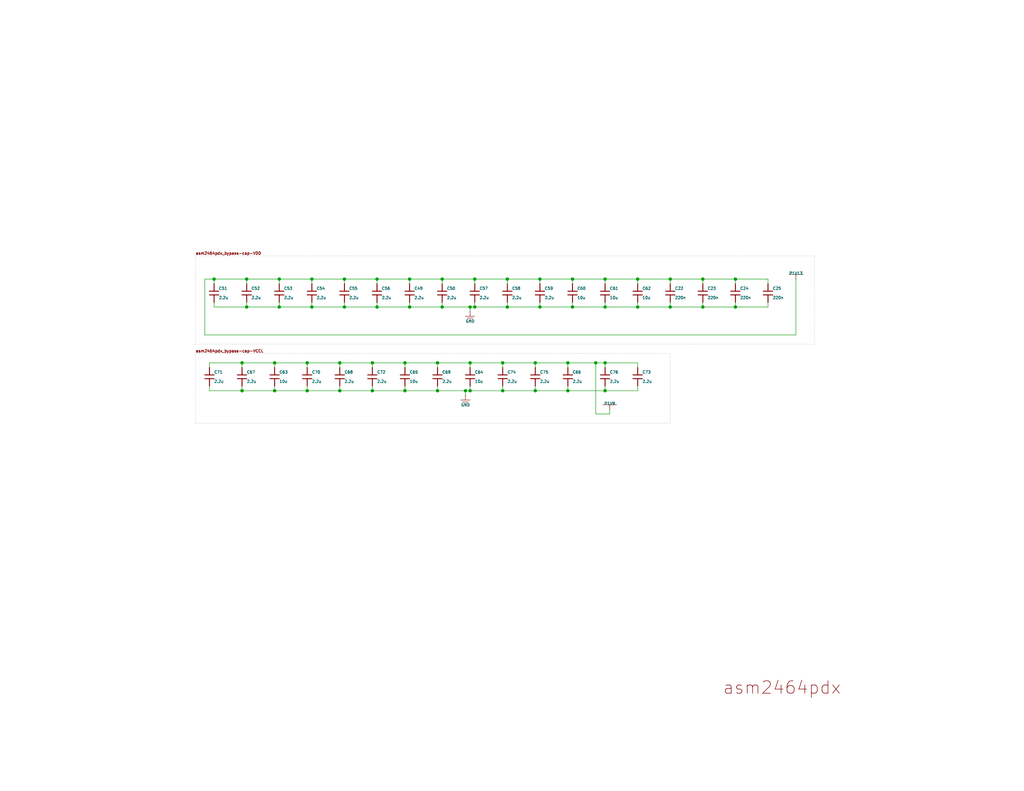
<source format=kicad_sch>
(kicad_sch (version 20230121) (generator jitx)
  (paper "A")
  (lib_symbols
    (symbol "P3V3" (power)
      (property "Reference" "#PWR" (at 35.0 60.0 0.0))
      (property "Value" "P3V3" (at 0.0 1.5875 0.0))
      (symbol "P3V3_1_0"
        (pin power_in line (at 0.0 0.0 90) (length 0.0) (name "P3V3") (number "~"))
      )
    )
    (symbol "VBUS" (power)
      (property "Reference" "#PWR" (at 35.0 60.0 0.0))
      (property "Value" "VBUS" (at 0.0 1.5875 0.0))
      (symbol "VBUS_1_0"
        (pin power_in line (at 0.0 0.0 90) (length 0.0) (name "VBUS") (number "~"))
      )
    )
    (symbol "P1V9" (power)
      (property "Reference" "#PWR" (at 35.0 60.0 0.0))
      (property "Value" "P1V9" (at 0.0 1.5875 0.0))
      (symbol "P1V9_1_0"
        (pin power_in line (at 0.0 0.0 90) (length 0.0) (name "P1V9") (number "~"))
      )
    )
    (symbol "GND" (power)
      (property "Reference" "#PWR" (at 35.0 60.0 0.0))
      (property "Value" "GND" (at 0.0 -2.6035 0.0))
      (symbol "GND_1_0"
        (pin power_in line (at 0.0 0.0 270) (length 0.0) (name "GND") (number "~"))
      )
    )
    (symbol "P1V13" (power)
      (property "Reference" "#PWR" (at 35.0 60.0 0.0))
      (property "Value" "P1V13" (at 0.0 1.5875 0.0))
      (symbol "P1V13_1_0"
        (pin power_in line (at 0.0 0.0 90) (length 0.0) (name "P1V13") (number "~"))
      )
    )
    (symbol "resistor_sym"
      (property "Reference" "U" (at 1.27 1.27 0.0))
      (property "Value" "resistor_sym" (at 1.27 -1.27 0.0))
      (symbol "resistor_sym_1_0"
        (pin unspecified line (at 0.0 2.54 270) (length 0.0) (name "1") (number "~"))
        (pin unspecified line (at 0.0 -2.54 90) (length 0.0) (name "2") (number "~"))
      )
    )
    (symbol "capacitor_sym"
      (property "Reference" "U" (at 1.27 1.27 0.0))
      (property "Value" "capacitor_sym" (at 1.27 -1.27 0.0))
      (symbol "capacitor_sym_1_0"
        (pin unspecified line (at 0.0 2.54 270) (length 0.0) (name "1") (number "~"))
        (pin unspecified line (at 0.0 -2.54 90) (length 0.0) (name "2") (number "~"))
      )
    )
    (symbol "Capacitor"
      (property "Reference" "U" (at 3.2385 0.0 0.0))
      (property "Value" "Capacitor" (at 3.2385 -1.524 0.0))
      (symbol "Capacitor_1_0"
        (pin unspecified line (at 0.0 2.54 270) (length 0.0) (name "1") (number "~"))
        (pin unspecified line (at 0.0 -2.54 90) (length 0.0) (name "2") (number "~"))
      )
    )
    (symbol "resistor_sym_1"
      (property "Reference" "U" (at 1.27 1.27 0.0))
      (property "Value" "resistor_sym_1" (at 1.27 -1.27 0.0))
      (symbol "resistor_sym_1_1_0"
        (pin unspecified line (at 0.0 2.54 270) (length 0.0) (name "1") (number "~"))
        (pin unspecified line (at 0.0 -2.54 90) (length 0.0) (name "2") (number "~"))
      )
    )
    (symbol "Box_Self_self_"
      (property "Reference" "U" (at -3.8735 7.6835 0.0))
      (property "Value" "Box_Self_self_" (at -3.8735 -7.6835 0.0))
      (symbol "Box_Self_self__1_0"
        (pin unspecified line (at -6.35 3.81 0) (length 2.54) (name "IOC1") (number "~"))
        (pin unspecified line (at -6.35 2.54 0) (length 2.54) (name "IOC2") (number "~"))
        (pin unspecified line (at -6.35 1.27 0) (length 2.54) (name "IOC3") (number "~"))
        (pin unspecified line (at -6.35 0.0 0) (length 2.54) (name "IOC4") (number "~"))
        (pin unspecified line (at 6.35 3.81 180) (length 2.54) (name "IOS1") (number "~"))
        (pin unspecified line (at 6.35 2.54 180) (length 2.54) (name "IOS2") (number "~"))
        (pin unspecified line (at 6.35 1.27 180) (length 2.54) (name "IOS3") (number "~"))
        (pin unspecified line (at 6.35 0.0 180) (length 2.54) (name "IOS4") (number "~"))
        (pin unspecified line (at -6.35 -2.54 0) (length 2.54) (name "GND1") (number "~"))
        (pin unspecified line (at -6.35 -3.81 0) (length 2.54) (name "GND2") (number "~"))
      )
    )
    (symbol "capacitor_sym_1"
      (property "Reference" "U" (at 1.27 1.27 0.0))
      (property "Value" "capacitor_sym_1" (at 1.27 -1.27 0.0))
      (symbol "capacitor_sym_1_1_0"
        (pin unspecified line (at 0.0 2.54 270) (length 0.0) (name "1") (number "~"))
        (pin unspecified line (at 0.0 -2.54 90) (length 0.0) (name "2") (number "~"))
      )
    )
    (symbol "Sym_1_2199230_6"
      (symbol "Sym_1_2199230_6_1_0"
        (pin unspecified line (at -12.7 48.26 0) (length 5.08) (name "CONFIG_3") (number "~"))
        (pin unspecified line (at -12.7 45.72 0) (length 5.08) (name "GND0") (number "~"))
        (pin unspecified line (at -12.7 43.18 0) (length 5.08) (name "PE3_RX_N") (number "~"))
        (pin unspecified line (at -12.7 40.64 0) (length 5.08) (name "PE3_RX_P") (number "~"))
        (pin unspecified line (at -12.7 38.1 0) (length 5.08) (name "GND1") (number "~"))
        (pin unspecified line (at -12.7 35.56 0) (length 5.08) (name "PE3_TX_N") (number "~"))
        (pin unspecified line (at -12.7 33.02 0) (length 5.08) (name "PE3_TX_P") (number "~"))
        (pin unspecified line (at -12.7 30.48 0) (length 5.08) (name "GND2") (number "~"))
        (pin unspecified line (at -12.7 27.94 0) (length 5.08) (name "PE2_RX_N") (number "~"))
        (pin unspecified line (at -12.7 25.4 0) (length 5.08) (name "PE2_RX_P") (number "~"))
        (pin unspecified line (at -12.7 22.86 0) (length 5.08) (name "CONFIG_0") (number "~"))
        (pin unspecified line (at -12.7 20.32 0) (length 5.08) (name "PE2_TX_N") (number "~"))
        (pin unspecified line (at -12.7 17.78 0) (length 5.08) (name "PE2_TX_P") (number "~"))
        (pin unspecified line (at -12.7 15.24 0) (length 5.08) (name "PE1_RX_N") (number "~"))
        (pin unspecified line (at -12.7 12.7 0) (length 5.08) (name "PE1_RX_P") (number "~"))
        (pin unspecified line (at -12.7 10.16 0) (length 5.08) (name "GND3") (number "~"))
        (pin unspecified line (at -12.7 7.62 0) (length 5.08) (name "PE1_TX_N") (number "~"))
        (pin unspecified line (at -12.7 5.08 0) (length 5.08) (name "PE1_TX_P") (number "~"))
        (pin unspecified line (at -12.7 2.54 0) (length 5.08) (name "GND4") (number "~"))
        (pin unspecified line (at -12.7 0.0 0) (length 5.08) (name "PE0_RX_N") (number "~"))
        (pin unspecified line (at -12.7 -2.54 0) (length 5.08) (name "PE0_RX_P") (number "~"))
        (pin unspecified line (at -12.7 -5.08 0) (length 5.08) (name "GND5") (number "~"))
        (pin unspecified line (at -12.7 -7.62 0) (length 5.08) (name "PE0_TX_N") (number "~"))
        (pin unspecified line (at -12.7 -10.16 0) (length 5.08) (name "PE0_TX_P") (number "~"))
        (pin unspecified line (at -12.7 -12.7 0) (length 5.08) (name "GND6") (number "~"))
        (pin unspecified line (at -12.7 -15.24 0) (length 5.08) (name "REFCLKN") (number "~"))
        (pin unspecified line (at -12.7 -17.78 0) (length 5.08) (name "REFCLKP") (number "~"))
        (pin unspecified line (at -12.7 -20.32 0) (length 5.08) (name "GND7") (number "~"))
        (pin unspecified line (at -12.7 -22.86 0) (length 5.08) (name "NC0") (number "~"))
        (pin unspecified line (at -12.7 -35.56 0) (length 5.08) (name "CONFIG_1") (number "~"))
        (pin unspecified line (at -12.7 -38.1 0) (length 5.08) (name "GND8") (number "~"))
        (pin unspecified line (at -12.7 -40.64 0) (length 5.08) (name "GND9") (number "~"))
        (pin unspecified line (at -12.7 -43.18 0) (length 5.08) (name "CONFIG_2") (number "~"))
        (pin unspecified line (at 12.7 48.26 180) (length 5.08) (name "V_3V3_0") (number "~"))
        (pin unspecified line (at 12.7 45.72 180) (length 5.08) (name "V_3V3_1") (number "~"))
        (pin unspecified line (at 12.7 43.18 180) (length 5.08) (name "NC1") (number "~"))
        (pin unspecified line (at 12.7 40.64 180) (length 5.08) (name "NC2") (number "~"))
        (pin unspecified line (at 12.7 38.1 180) (length 5.08) (name "DAS_DSS") (number "~"))
        (pin unspecified line (at 12.7 35.56 180) (length 5.08) (name "V_3V3_2") (number "~"))
        (pin unspecified line (at 12.7 33.02 180) (length 5.08) (name "V_3V3_3") (number "~"))
        (pin unspecified line (at 12.7 30.48 180) (length 5.08) (name "V_3V3_4") (number "~"))
        (pin unspecified line (at 12.7 27.94 180) (length 5.08) (name "V_3V3_5") (number "~"))
        (pin unspecified line (at 12.7 25.4 180) (length 5.08) (name "NC3") (number "~"))
        (pin unspecified line (at 12.7 22.86 180) (length 5.08) (name "NC4") (number "~"))
        (pin unspecified line (at 12.7 20.32 180) (length 5.08) (name "NC5") (number "~"))
        (pin unspecified line (at 12.7 17.78 180) (length 5.08) (name "NC6") (number "~"))
        (pin unspecified line (at 12.7 15.24 180) (length 5.08) (name "NC7") (number "~"))
        (pin unspecified line (at 12.7 12.7 180) (length 5.08) (name "NC8") (number "~"))
        (pin unspecified line (at 12.7 10.16 180) (length 5.08) (name "NC9") (number "~"))
        (pin unspecified line (at 12.7 7.62 180) (length 5.08) (name "NC10") (number "~"))
        (pin unspecified line (at 12.7 5.08 180) (length 5.08) (name "NC11") (number "~"))
        (pin unspecified line (at 12.7 2.54 180) (length 5.08) (name "DEVSLP") (number "~"))
        (pin unspecified line (at 12.7 0.0 180) (length 5.08) (name "NC12") (number "~"))
        (pin unspecified line (at 12.7 -2.54 180) (length 5.08) (name "NC13") (number "~"))
        (pin unspecified line (at 12.7 -5.08 180) (length 5.08) (name "NC14") (number "~"))
        (pin unspecified line (at 12.7 -7.62 180) (length 5.08) (name "NC15") (number "~"))
        (pin unspecified line (at 12.7 -10.16 180) (length 5.08) (name "NC16") (number "~"))
        (pin unspecified line (at 12.7 -12.7 180) (length 5.08) (name "PERST#") (number "~"))
        (pin unspecified line (at 12.7 -15.24 180) (length 5.08) (name "CLKREQ#") (number "~"))
        (pin unspecified line (at 12.7 -17.78 180) (length 5.08) (name "PEWAKE#") (number "~"))
        (pin unspecified line (at 12.7 -20.32 180) (length 5.08) (name "MFG1") (number "~"))
        (pin unspecified line (at 12.7 -22.86 180) (length 5.08) (name "MFG2") (number "~"))
        (pin unspecified line (at 12.7 -35.56 180) (length 5.08) (name "SUSCLK") (number "~"))
        (pin unspecified line (at 12.7 -38.1 180) (length 5.08) (name "V_3V3_6") (number "~"))
        (pin unspecified line (at 12.7 -40.64 180) (length 5.08) (name "V_3V3_7") (number "~"))
        (pin unspecified line (at 12.7 -43.18 180) (length 5.08) (name "V_3V3_8") (number "~"))
        (pin unspecified line (at 12.7 -48.26 180) (length 5.08) (name "SHIELD0") (number "~"))
        (pin unspecified line (at 12.7 -50.8 180) (length 5.08) (name "SHIELD1") (number "~"))
      )
    )
    (symbol "Inductor"
      (property "Reference" "U" (at 1.3335 0.0 0.0))
      (property "Value" "Inductor" (at 1.3335 -1.524 0.0))
      (symbol "Inductor_1_0"
        (pin unspecified line (at 0.0 2.54 270) (length 0.0) (name "1") (number "~"))
        (pin unspecified line (at 0.0 -2.54 90) (length 0.0) (name "2") (number "~"))
      )
    )
    (symbol "capacitor_sym_2"
      (property "Reference" "U" (at 1.27 1.27 0.0))
      (property "Value" "capacitor_sym_2" (at 1.27 -1.27 0.0))
      (symbol "capacitor_sym_2_1_0"
        (pin unspecified line (at 0.0 2.54 270) (length 0.0) (name "1") (number "~"))
        (pin unspecified line (at 0.0 -2.54 90) (length 0.0) (name "2") (number "~"))
      )
    )
    (symbol "Box_Self_self__1"
      (property "Reference" "U" (at -2.6035 8.9535 0.0))
      (property "Value" "Box_Self_self__1" (at -2.6035 -7.6835 0.0))
      (symbol "Box_Self_self__1_1_0"
        (pin unspecified line (at -5.08 5.08 0) (length 2.54) (name "VIN") (number "~"))
        (pin unspecified line (at -5.08 3.81 0) (length 2.54) (name "EN") (number "~"))
        (pin unspecified line (at -5.08 2.54 0) (length 2.54) (name "SS") (number "~"))
        (pin unspecified line (at -5.08 1.27 0) (length 2.54) (name "RT") (number "~"))
        (pin unspecified line (at 5.08 5.08 180) (length 2.54) (name "BST") (number "~"))
        (pin unspecified line (at 5.08 -1.27 180) (length 2.54) (name "SW") (number "~"))
        (pin unspecified line (at -5.08 -3.81 0) (length 2.54) (name "GND") (number "~"))
        (pin unspecified line (at 5.08 -3.81 180) (length 2.54) (name "FB") (number "~"))
      )
    )
    (symbol "capacitor_sym_3"
      (property "Reference" "U" (at 1.27 1.27 0.0))
      (property "Value" "capacitor_sym_3" (at 1.27 -1.27 0.0))
      (symbol "capacitor_sym_3_1_0"
        (pin unspecified line (at 0.0 2.54 270) (length 0.0) (name "1") (number "~"))
        (pin unspecified line (at 0.0 -2.54 90) (length 0.0) (name "2") (number "~"))
      )
    )
    (symbol "resistor_sym_2"
      (property "Reference" "U" (at 1.27 1.27 0.0))
      (property "Value" "resistor_sym_2" (at 1.27 -1.27 0.0))
      (symbol "resistor_sym_2_1_0"
        (pin unspecified line (at 0.0 2.54 270) (length 0.0) (name "1") (number "~"))
        (pin unspecified line (at 0.0 -2.54 90) (length 0.0) (name "2") (number "~"))
      )
    )
    (symbol "resistor_sym_3"
      (property "Reference" "U" (at 1.27 1.27 0.0))
      (property "Value" "resistor_sym_3" (at 1.27 -1.27 0.0))
      (symbol "resistor_sym_3_1_0"
        (pin unspecified line (at 0.0 2.54 270) (length 0.0) (name "1") (number "~"))
        (pin unspecified line (at 0.0 -2.54 90) (length 0.0) (name "2") (number "~"))
      )
    )
    (symbol "resistor_sym_4"
      (property "Reference" "U" (at 1.27 1.27 0.0))
      (property "Value" "resistor_sym_4" (at 1.27 -1.27 0.0))
      (symbol "resistor_sym_4_1_0"
        (pin unspecified line (at 0.0 2.54 270) (length 0.0) (name "1") (number "~"))
        (pin unspecified line (at 0.0 -2.54 90) (length 0.0) (name "2") (number "~"))
      )
    )
    (symbol "capacitor_sym_4"
      (property "Reference" "U" (at 1.27 1.27 0.0))
      (property "Value" "capacitor_sym_4" (at 1.27 -1.27 0.0))
      (symbol "capacitor_sym_4_1_0"
        (pin unspecified line (at 0.0 2.54 270) (length 0.0) (name "1") (number "~"))
        (pin unspecified line (at 0.0 -2.54 90) (length 0.0) (name "2") (number "~"))
      )
    )
    (symbol "capacitor_sym_5"
      (property "Reference" "U" (at 1.27 1.27 0.0))
      (property "Value" "capacitor_sym_5" (at 1.27 -1.27 0.0))
      (symbol "capacitor_sym_5_1_0"
        (pin unspecified line (at 0.0 2.54 270) (length 0.0) (name "1") (number "~"))
        (pin unspecified line (at 0.0 -2.54 90) (length 0.0) (name "2") (number "~"))
      )
    )
    (symbol "resistor_sym_5"
      (property "Reference" "U" (at 1.27 1.27 0.0))
      (property "Value" "resistor_sym_5" (at 1.27 -1.27 0.0))
      (symbol "resistor_sym_5_1_0"
        (pin unspecified line (at 0.0 2.54 270) (length 0.0) (name "1") (number "~"))
        (pin unspecified line (at 0.0 -2.54 90) (length 0.0) (name "2") (number "~"))
      )
    )
    (symbol "capacitor_sym_6"
      (property "Reference" "U" (at 1.27 1.27 0.0))
      (property "Value" "capacitor_sym_6" (at 1.27 -1.27 0.0))
      (symbol "capacitor_sym_6_1_0"
        (pin unspecified line (at 0.0 2.54 270) (length 0.0) (name "1") (number "~"))
        (pin unspecified line (at 0.0 -2.54 90) (length 0.0) (name "2") (number "~"))
      )
    )
    (symbol "resistor_sym_6"
      (property "Reference" "U" (at 1.27 1.27 0.0))
      (property "Value" "resistor_sym_6" (at 1.27 -1.27 0.0))
      (symbol "resistor_sym_6_1_0"
        (pin unspecified line (at 0.0 2.54 270) (length 0.0) (name "1") (number "~"))
        (pin unspecified line (at 0.0 -2.54 90) (length 0.0) (name "2") (number "~"))
      )
    )
    (symbol "resistor_sym_7"
      (property "Reference" "U" (at 1.27 1.27 0.0))
      (property "Value" "resistor_sym_7" (at 1.27 -1.27 0.0))
      (symbol "resistor_sym_7_1_0"
        (pin unspecified line (at 0.0 2.54 270) (length 0.0) (name "1") (number "~"))
        (pin unspecified line (at 0.0 -2.54 90) (length 0.0) (name "2") (number "~"))
      )
    )
    (symbol "Box_Self_self__2"
      (property "Reference" "U" (at -3.8735 14.0335 0.0))
      (property "Value" "Box_Self_self__2" (at -3.8735 -14.0335 0.0))
      (symbol "Box_Self_self__2_1_0"
        (pin unspecified line (at 7.62 10.16 180) (length 2.54) (name "VBUS0") (number "~"))
        (pin unspecified line (at 7.62 8.89 180) (length 2.54) (name "VBUS1") (number "~"))
        (pin unspecified line (at -6.35 6.35 0) (length 2.54) (name "D0_P") (number "~"))
        (pin unspecified line (at -6.35 5.08 0) (length 2.54) (name "D0_N") (number "~"))
        (pin unspecified line (at -6.35 2.54 0) (length 2.54) (name "TX1_P") (number "~"))
        (pin unspecified line (at -6.35 1.27 0) (length 2.54) (name "TX1_N") (number "~"))
        (pin unspecified line (at -6.35 -1.27 0) (length 2.54) (name "RX1_P") (number "~"))
        (pin unspecified line (at -6.35 -2.54 0) (length 2.54) (name "RX1_N") (number "~"))
        (pin unspecified line (at -6.35 -5.08 0) (length 2.54) (name "CC1") (number "~"))
        (pin unspecified line (at -6.35 -6.35 0) (length 2.54) (name "SBU1") (number "~"))
        (pin unspecified line (at -6.35 -8.89 0) (length 2.54) (name "GND0") (number "~"))
        (pin unspecified line (at -6.35 -10.16 0) (length 2.54) (name "GND1") (number "~"))
        (pin unspecified line (at 7.62 -10.16 180) (length 2.54) (name "SHIELD") (number "~"))
      )
    )
    (symbol "Box_Self_self__3"
      (property "Reference" "U" (at -3.8735 14.0335 0.0))
      (property "Value" "Box_Self_self__3" (at -3.8735 -14.0335 0.0))
      (symbol "Box_Self_self__3_1_0"
        (pin unspecified line (at 7.62 10.16 180) (length 2.54) (name "VBUS3") (number "~"))
        (pin unspecified line (at 7.62 8.89 180) (length 2.54) (name "VBUS2") (number "~"))
        (pin unspecified line (at -6.35 6.35 0) (length 2.54) (name "D1_P") (number "~"))
        (pin unspecified line (at -6.35 5.08 0) (length 2.54) (name "D1_N") (number "~"))
        (pin unspecified line (at -6.35 2.54 0) (length 2.54) (name "TX2_P") (number "~"))
        (pin unspecified line (at -6.35 1.27 0) (length 2.54) (name "TX2_N") (number "~"))
        (pin unspecified line (at -6.35 -1.27 0) (length 2.54) (name "RX2_P") (number "~"))
        (pin unspecified line (at -6.35 -2.54 0) (length 2.54) (name "RX2_N") (number "~"))
        (pin unspecified line (at -6.35 -5.08 0) (length 2.54) (name "CC2") (number "~"))
        (pin unspecified line (at -6.35 -6.35 0) (length 2.54) (name "SBU2") (number "~"))
        (pin unspecified line (at -6.35 -8.89 0) (length 2.54) (name "GND2") (number "~"))
        (pin unspecified line (at -6.35 -10.16 0) (length 2.54) (name "GND3") (number "~"))
      )
    )
    (symbol "capacitor_sym_7"
      (property "Reference" "U" (at 1.27 1.27 0.0))
      (property "Value" "capacitor_sym_7" (at 1.27 -1.27 0.0))
      (symbol "capacitor_sym_7_1_0"
        (pin unspecified line (at 0.0 2.54 270) (length 0.0) (name "1") (number "~"))
        (pin unspecified line (at 0.0 -2.54 90) (length 0.0) (name "2") (number "~"))
      )
    )
    (symbol "resistor_sym_8"
      (property "Reference" "U" (at 1.27 1.27 0.0))
      (property "Value" "resistor_sym_8" (at 1.27 -1.27 0.0))
      (symbol "resistor_sym_8_1_0"
        (pin unspecified line (at 0.0 2.54 270) (length 0.0) (name "1") (number "~"))
        (pin unspecified line (at 0.0 -2.54 90) (length 0.0) (name "2") (number "~"))
      )
    )
    (symbol "capacitor_sym_8"
      (property "Reference" "U" (at 1.27 1.27 0.0))
      (property "Value" "capacitor_sym_8" (at 1.27 -1.27 0.0))
      (symbol "capacitor_sym_8_1_0"
        (pin unspecified line (at 0.0 2.54 270) (length 0.0) (name "1") (number "~"))
        (pin unspecified line (at 0.0 -2.54 90) (length 0.0) (name "2") (number "~"))
      )
    )
    (symbol "capacitor_sym_9"
      (property "Reference" "U" (at 1.27 1.27 0.0))
      (property "Value" "capacitor_sym_9" (at 1.27 -1.27 0.0))
      (symbol "capacitor_sym_9_1_0"
        (pin unspecified line (at 0.0 2.54 270) (length 0.0) (name "1") (number "~"))
        (pin unspecified line (at 0.0 -2.54 90) (length 0.0) (name "2") (number "~"))
      )
    )
    (symbol "Power_Symbol"
      (property "Value" "Power_Symbol" (at 0.0 1.5875 0.0))
      (symbol "Power_Symbol_1_0"
        (pin unspecified line (at 0.0 0.0 90) (length 0.0) (name "0") (number "~"))
      )
    )
    (symbol "Ground_Symbol"
      (property "Value" "Ground_Symbol" (at 0.0 -2.6035 0.0))
      (symbol "Ground_Symbol_1_0"
        (pin unspecified line (at 0.0 0.0 270) (length 0.0) (name "0") (number "~"))
      )
    )
    (symbol "capacitor_sym_10"
      (property "Reference" "U" (at 1.27 1.27 0.0))
      (property "Value" "capacitor_sym_10" (at 1.27 -1.27 0.0))
      (symbol "capacitor_sym_10_1_0"
        (pin unspecified line (at 0.0 2.54 270) (length 0.0) (name "1") (number "~"))
        (pin unspecified line (at 0.0 -2.54 90) (length 0.0) (name "2") (number "~"))
      )
    )
    (symbol "resistor_sym_9"
      (property "Reference" "U" (at 1.27 1.27 0.0))
      (property "Value" "resistor_sym_9" (at 1.27 -1.27 0.0))
      (symbol "resistor_sym_9_1_0"
        (pin unspecified line (at 0.0 2.54 270) (length 0.0) (name "1") (number "~"))
        (pin unspecified line (at 0.0 -2.54 90) (length 0.0) (name "2") (number "~"))
      )
    )
    (symbol "resistor_sym_10"
      (property "Reference" "U" (at 1.27 1.27 0.0))
      (property "Value" "resistor_sym_10" (at 1.27 -1.27 0.0))
      (symbol "resistor_sym_10_1_0"
        (pin unspecified line (at 0.0 2.54 270) (length 0.0) (name "1") (number "~"))
        (pin unspecified line (at 0.0 -2.54 90) (length 0.0) (name "2") (number "~"))
      )
    )
    (symbol "sym_ABMM2_25_000MHZ_D1_T"
      (property "Reference" "U" (at 0.0 4.54 0.0))
      (property "Value" "sym_ABMM2_25_000MHZ_D1_T" (at 0.0 3.54 0.0))
      (symbol "sym_ABMM2_25_000MHZ_D1_T_1_0"
        (pin unspecified line (at 7.62 -2.54 180) (length 2.54) (name "GND0") (number "~"))
        (pin unspecified line (at -7.62 2.54 0) (length 2.54) (name "GND1") (number "~"))
        (pin unspecified line (at 7.62 2.54 180) (length 2.54) (name "3") (number "~"))
        (pin unspecified line (at -7.62 -2.54 0) (length 2.54) (name "1") (number "~"))
      )
    )
    (symbol "capacitor_sym_11"
      (property "Reference" "U" (at 1.27 1.27 0.0))
      (property "Value" "capacitor_sym_11" (at 1.27 -1.27 0.0))
      (symbol "capacitor_sym_11_1_0"
        (pin unspecified line (at 0.0 2.54 270) (length 0.0) (name "1") (number "~"))
        (pin unspecified line (at 0.0 -2.54 90) (length 0.0) (name "2") (number "~"))
      )
    )
    (symbol "capacitor_sym_12"
      (property "Reference" "U" (at 1.27 1.27 0.0))
      (property "Value" "capacitor_sym_12" (at 1.27 -1.27 0.0))
      (symbol "capacitor_sym_12_1_0"
        (pin unspecified line (at 0.0 2.54 270) (length 0.0) (name "1") (number "~"))
        (pin unspecified line (at 0.0 -2.54 90) (length 0.0) (name "2") (number "~"))
      )
    )
    (symbol "capacitor_sym_13"
      (property "Reference" "U" (at 1.27 1.27 0.0))
      (property "Value" "capacitor_sym_13" (at 1.27 -1.27 0.0))
      (symbol "capacitor_sym_13_1_0"
        (pin unspecified line (at 0.0 2.54 270) (length 0.0) (name "1") (number "~"))
        (pin unspecified line (at 0.0 -2.54 90) (length 0.0) (name "2") (number "~"))
      )
    )
    (symbol "capacitor_sym_14"
      (property "Reference" "U" (at 1.27 1.27 0.0))
      (property "Value" "capacitor_sym_14" (at 1.27 -1.27 0.0))
      (symbol "capacitor_sym_14_1_0"
        (pin unspecified line (at 0.0 2.54 270) (length 0.0) (name "1") (number "~"))
        (pin unspecified line (at 0.0 -2.54 90) (length 0.0) (name "2") (number "~"))
      )
    )
    (symbol "Box_Self_self__4"
      (property "Reference" "U" (at -6.4135 25.4635 0.0))
      (property "Value" "Box_Self_self__4" (at -6.4135 -24.1935 0.0))
      (symbol "Box_Self_self__4_1_0"
        (pin unspecified line (at -8.89 21.59 0) (length 2.54) (name "UDP") (number "~"))
        (pin unspecified line (at -8.89 20.32 0) (length 2.54) (name "UDM") (number "~"))
        (pin unspecified line (at -8.89 19.05 0) (length 2.54) (name "UTXP0") (number "~"))
        (pin unspecified line (at -8.89 17.78 0) (length 2.54) (name "UTXN0") (number "~"))
        (pin unspecified line (at -8.89 16.51 0) (length 2.54) (name "UTXP1") (number "~"))
        (pin unspecified line (at -8.89 15.24 0) (length 2.54) (name "UTXN1") (number "~"))
        (pin unspecified line (at -8.89 13.97 0) (length 2.54) (name "URXP0") (number "~"))
        (pin unspecified line (at -8.89 12.7 0) (length 2.54) (name "URXN0") (number "~"))
        (pin unspecified line (at -8.89 11.43 0) (length 2.54) (name "URXP1") (number "~"))
        (pin unspecified line (at -8.89 10.16 0) (length 2.54) (name "URXN1") (number "~"))
        (pin unspecified line (at -8.89 8.89 0) (length 2.54) (name "VBUS") (number "~"))
        (pin unspecified line (at -8.89 7.62 0) (length 2.54) (name "CC1") (number "~"))
        (pin unspecified line (at -8.89 6.35 0) (length 2.54) (name "CC2") (number "~"))
        (pin unspecified line (at -8.89 5.08 0) (length 2.54) (name "SBU1") (number "~"))
        (pin unspecified line (at -8.89 3.81 0) (length 2.54) (name "SBU2") (number "~"))
        (pin unspecified line (at -8.89 2.54 0) (length 2.54) (name "REFCLKN0") (number "~"))
        (pin unspecified line (at -8.89 1.27 0) (length 2.54) (name "REFCLKP0") (number "~"))
        (pin unspecified line (at -8.89 0.0 0) (length 2.54) (name "PRXN1") (number "~"))
        (pin unspecified line (at -8.89 -1.27 0) (length 2.54) (name "PRXP1") (number "~"))
        (pin unspecified line (at -8.89 -2.54 0) (length 2.54) (name "PRXN0") (number "~"))
        (pin unspecified line (at -8.89 -3.81 0) (length 2.54) (name "PRXP0") (number "~"))
        (pin unspecified line (at -8.89 -5.08 0) (length 2.54) (name "PTXN1") (number "~"))
        (pin unspecified line (at -8.89 -6.35 0) (length 2.54) (name "PTXP1") (number "~"))
        (pin unspecified line (at -8.89 -7.62 0) (length 2.54) (name "PTXN0") (number "~"))
        (pin unspecified line (at -8.89 -8.89 0) (length 2.54) (name "PTXP0") (number "~"))
        (pin unspecified line (at -8.89 -10.16 0) (length 2.54) (name "PRXN3") (number "~"))
        (pin unspecified line (at -8.89 -11.43 0) (length 2.54) (name "PRXP3") (number "~"))
        (pin unspecified line (at -8.89 -12.7 0) (length 2.54) (name "PRXN2") (number "~"))
        (pin unspecified line (at -8.89 -13.97 0) (length 2.54) (name "PRXP2") (number "~"))
        (pin unspecified line (at -8.89 -15.24 0) (length 2.54) (name "PTXN3") (number "~"))
        (pin unspecified line (at -8.89 -16.51 0) (length 2.54) (name "PTXP3") (number "~"))
        (pin unspecified line (at -8.89 -17.78 0) (length 2.54) (name "PTXN2") (number "~"))
        (pin unspecified line (at -8.89 -19.05 0) (length 2.54) (name "PTXP2") (number "~"))
        (pin unspecified line (at -8.89 -20.32 0) (length 2.54) (name "TEST_EN") (number "~"))
        (pin unspecified line (at 8.89 20.32 180) (length 2.54) (name "UART_TX") (number "~"))
        (pin unspecified line (at 8.89 19.05 180) (length 2.54) (name "UART_RX") (number "~"))
        (pin unspecified line (at 8.89 17.78 180) (length 2.54) (name "HDDPC") (number "~"))
        (pin unspecified line (at 8.89 16.51 180) (length 2.54) (name "RST#") (number "~"))
        (pin unspecified line (at 8.89 15.24 180) (length 2.54) (name "I2C_DATA_P") (number "~"))
        (pin unspecified line (at 8.89 13.97 180) (length 2.54) (name "I2C_CLK_P") (number "~"))
        (pin unspecified line (at 8.89 12.7 180) (length 2.54) (name "GPIO0") (number "~"))
        (pin unspecified line (at 8.89 11.43 180) (length 2.54) (name "GPIO1") (number "~"))
        (pin unspecified line (at 8.89 10.16 180) (length 2.54) (name "GPIO2") (number "~"))
        (pin unspecified line (at 8.89 8.89 180) (length 2.54) (name "GPIO3") (number "~"))
        (pin unspecified line (at 8.89 7.62 180) (length 2.54) (name "SPI_CS#") (number "~"))
        (pin unspecified line (at 8.89 6.35 180) (length 2.54) (name "SPI_DO") (number "~"))
        (pin unspecified line (at 8.89 5.08 180) (length 2.54) (name "SPI_CLK") (number "~"))
        (pin unspecified line (at 8.89 3.81 180) (length 2.54) (name "SPI_DI") (number "~"))
        (pin unspecified line (at 8.89 2.54 180) (length 2.54) (name "GPIO8") (number "~"))
        (pin unspecified line (at 8.89 1.27 180) (length 2.54) (name "GPIO14") (number "~"))
        (pin unspecified line (at 8.89 0.0 180) (length 2.54) (name "GPIO15") (number "~"))
        (pin unspecified line (at 8.89 -1.27 180) (length 2.54) (name "GPIO16") (number "~"))
        (pin unspecified line (at 8.89 -2.54 180) (length 2.54) (name "GPIO17") (number "~"))
        (pin unspecified line (at 8.89 -3.81 180) (length 2.54) (name "GPIO18") (number "~"))
        (pin unspecified line (at 8.89 -5.08 180) (length 2.54) (name "GPIO19") (number "~"))
        (pin unspecified line (at 8.89 -6.35 180) (length 2.54) (name "GPIO20") (number "~"))
        (pin unspecified line (at 8.89 -7.62 180) (length 2.54) (name "GPIO21") (number "~"))
        (pin unspecified line (at 8.89 -8.89 180) (length 2.54) (name "GPIO22") (number "~"))
        (pin unspecified line (at 8.89 -10.16 180) (length 2.54) (name "GPIO23") (number "~"))
        (pin unspecified line (at 8.89 -11.43 180) (length 2.54) (name "GPIO24") (number "~"))
        (pin unspecified line (at 8.89 -12.7 180) (length 2.54) (name "GPIO25") (number "~"))
        (pin unspecified line (at 8.89 -13.97 180) (length 2.54) (name "GPIO26") (number "~"))
        (pin unspecified line (at 8.89 -15.24 180) (length 2.54) (name "GPIO27") (number "~"))
        (pin unspecified line (at 8.89 -16.51 180) (length 2.54) (name "UREXT") (number "~"))
        (pin unspecified line (at 8.89 -17.78 180) (length 2.54) (name "XI") (number "~"))
        (pin unspecified line (at 8.89 -19.05 180) (length 2.54) (name "XO") (number "~"))
      )
    )
    (symbol "Box_Self_self__5"
      (property "Reference" "U" (at -2.6035 30.5435 0.0))
      (property "Value" "Box_Self_self__5" (at -2.6035 -29.2735 0.0))
      (symbol "Box_Self_self__5_1_0"
        (pin unspecified line (at -5.08 26.67 0) (length 2.54) (name "NC0") (number "~"))
        (pin unspecified line (at -5.08 25.4 0) (length 2.54) (name "NC1") (number "~"))
        (pin unspecified line (at -5.08 24.13 0) (length 2.54) (name "NC2") (number "~"))
        (pin unspecified line (at -5.08 22.86 0) (length 2.54) (name "NC3") (number "~"))
        (pin unspecified line (at -5.08 21.59 0) (length 2.54) (name "NC4") (number "~"))
        (pin unspecified line (at -5.08 20.32 0) (length 2.54) (name "NC5") (number "~"))
        (pin unspecified line (at -5.08 19.05 0) (length 2.54) (name "NC6") (number "~"))
        (pin unspecified line (at -5.08 17.78 0) (length 2.54) (name "NC7") (number "~"))
        (pin unspecified line (at -5.08 16.51 0) (length 2.54) (name "NC8") (number "~"))
        (pin unspecified line (at -5.08 15.24 0) (length 2.54) (name "NC9") (number "~"))
        (pin unspecified line (at -5.08 13.97 0) (length 2.54) (name "NC10") (number "~"))
        (pin unspecified line (at -5.08 12.7 0) (length 2.54) (name "NC11") (number "~"))
        (pin unspecified line (at -5.08 11.43 0) (length 2.54) (name "NC12") (number "~"))
        (pin unspecified line (at -5.08 10.16 0) (length 2.54) (name "NC13") (number "~"))
        (pin unspecified line (at -5.08 8.89 0) (length 2.54) (name "NC14") (number "~"))
        (pin unspecified line (at -5.08 7.62 0) (length 2.54) (name "NC15") (number "~"))
        (pin unspecified line (at -5.08 6.35 0) (length 2.54) (name "NC16") (number "~"))
        (pin unspecified line (at -5.08 5.08 0) (length 2.54) (name "NC17") (number "~"))
        (pin unspecified line (at -5.08 3.81 0) (length 2.54) (name "NC18") (number "~"))
        (pin unspecified line (at -5.08 2.54 0) (length 2.54) (name "NC19") (number "~"))
        (pin unspecified line (at -5.08 1.27 0) (length 2.54) (name "NC20") (number "~"))
        (pin unspecified line (at -5.08 0.0 0) (length 2.54) (name "NC21") (number "~"))
        (pin unspecified line (at -5.08 -1.27 0) (length 2.54) (name "NC22") (number "~"))
        (pin unspecified line (at -5.08 -2.54 0) (length 2.54) (name "NC23") (number "~"))
        (pin unspecified line (at -5.08 -3.81 0) (length 2.54) (name "NC24") (number "~"))
        (pin unspecified line (at -5.08 -5.08 0) (length 2.54) (name "NC25") (number "~"))
        (pin unspecified line (at -5.08 -6.35 0) (length 2.54) (name "NC26") (number "~"))
        (pin unspecified line (at -5.08 -7.62 0) (length 2.54) (name "NC27") (number "~"))
        (pin unspecified line (at -5.08 -8.89 0) (length 2.54) (name "NC28") (number "~"))
        (pin unspecified line (at -5.08 -10.16 0) (length 2.54) (name "NC29") (number "~"))
        (pin unspecified line (at -5.08 -11.43 0) (length 2.54) (name "NC30") (number "~"))
        (pin unspecified line (at -5.08 -12.7 0) (length 2.54) (name "NC31") (number "~"))
        (pin unspecified line (at -5.08 -13.97 0) (length 2.54) (name "REFCLKN3") (number "~"))
        (pin unspecified line (at -5.08 -15.24 0) (length 2.54) (name "REFCLKP3") (number "~"))
        (pin unspecified line (at -5.08 -16.51 0) (length 2.54) (name "REFCLKN2") (number "~"))
        (pin unspecified line (at -5.08 -17.78 0) (length 2.54) (name "REFCLKP2") (number "~"))
        (pin unspecified line (at -5.08 -19.05 0) (length 2.54) (name "REFCLKN1") (number "~"))
        (pin unspecified line (at -5.08 -20.32 0) (length 2.54) (name "REFCLKP1") (number "~"))
        (pin unspecified line (at -5.08 -21.59 0) (length 2.54) (name "PERST#3") (number "~"))
        (pin unspecified line (at -5.08 -22.86 0) (length 2.54) (name "PERST#2") (number "~"))
        (pin unspecified line (at -5.08 -24.13 0) (length 2.54) (name "PERST#1") (number "~"))
        (pin unspecified line (at -5.08 -25.4 0) (length 2.54) (name "PERST#0") (number "~"))
      )
    )
    (symbol "Box_Self_self__6"
      (property "Reference" "U" (at -5.1435 29.2735 0.0))
      (property "Value" "Box_Self_self__6" (at -5.1435 -28.0035 0.0))
      (symbol "Box_Self_self__6_1_0"
        (pin unspecified line (at -7.62 25.4 0) (length 2.54) (name "VDD0") (number "~"))
        (pin unspecified line (at -7.62 24.13 0) (length 2.54) (name "VDD1") (number "~"))
        (pin unspecified line (at -7.62 22.86 0) (length 2.54) (name "VDD2") (number "~"))
        (pin unspecified line (at -7.62 21.59 0) (length 2.54) (name "VDD3") (number "~"))
        (pin unspecified line (at -7.62 20.32 0) (length 2.54) (name "VDD4") (number "~"))
        (pin unspecified line (at -7.62 19.05 0) (length 2.54) (name "VDD5") (number "~"))
        (pin unspecified line (at -7.62 17.78 0) (length 2.54) (name "VDD6") (number "~"))
        (pin unspecified line (at -7.62 16.51 0) (length 2.54) (name "VDD7") (number "~"))
        (pin unspecified line (at -7.62 15.24 0) (length 2.54) (name "VDD8") (number "~"))
        (pin unspecified line (at -7.62 13.97 0) (length 2.54) (name "VDD9") (number "~"))
        (pin unspecified line (at -7.62 12.7 0) (length 2.54) (name "VDD10") (number "~"))
        (pin unspecified line (at -7.62 11.43 0) (length 2.54) (name "VDD11") (number "~"))
        (pin unspecified line (at -7.62 10.16 0) (length 2.54) (name "VDD12") (number "~"))
        (pin unspecified line (at -7.62 8.89 0) (length 2.54) (name "VDD13") (number "~"))
        (pin unspecified line (at -7.62 7.62 0) (length 2.54) (name "VDD14") (number "~"))
        (pin unspecified line (at -7.62 6.35 0) (length 2.54) (name "VDD15") (number "~"))
        (pin unspecified line (at -7.62 5.08 0) (length 2.54) (name "VDD16") (number "~"))
        (pin unspecified line (at -7.62 3.81 0) (length 2.54) (name "VDD17") (number "~"))
        (pin unspecified line (at -7.62 2.54 0) (length 2.54) (name "VDD18") (number "~"))
        (pin unspecified line (at -7.62 1.27 0) (length 2.54) (name "VDD19") (number "~"))
        (pin unspecified line (at -7.62 0.0 0) (length 2.54) (name "VDD20") (number "~"))
        (pin unspecified line (at -7.62 -1.27 0) (length 2.54) (name "VDD21") (number "~"))
        (pin unspecified line (at -7.62 -2.54 0) (length 2.54) (name "VDD22") (number "~"))
        (pin unspecified line (at -7.62 -3.81 0) (length 2.54) (name "VDD23") (number "~"))
        (pin unspecified line (at -7.62 -5.08 0) (length 2.54) (name "VDD24") (number "~"))
        (pin unspecified line (at -7.62 -6.35 0) (length 2.54) (name "VDD25") (number "~"))
        (pin unspecified line (at -7.62 -7.62 0) (length 2.54) (name "VDD26") (number "~"))
        (pin unspecified line (at -7.62 -8.89 0) (length 2.54) (name "VDD39") (number "~"))
        (pin unspecified line (at -7.62 -10.16 0) (length 2.54) (name "VDD38") (number "~"))
        (pin unspecified line (at -7.62 -11.43 0) (length 2.54) (name "VDD37") (number "~"))
        (pin unspecified line (at -7.62 -12.7 0) (length 2.54) (name "VDD36") (number "~"))
        (pin unspecified line (at -7.62 -13.97 0) (length 2.54) (name "VDD35") (number "~"))
        (pin unspecified line (at -7.62 -15.24 0) (length 2.54) (name "VDD34") (number "~"))
        (pin unspecified line (at -7.62 -16.51 0) (length 2.54) (name "VDD33") (number "~"))
        (pin unspecified line (at -7.62 -17.78 0) (length 2.54) (name "VDD32") (number "~"))
        (pin unspecified line (at -7.62 -19.05 0) (length 2.54) (name "VDD31") (number "~"))
        (pin unspecified line (at -7.62 -20.32 0) (length 2.54) (name "VDD30") (number "~"))
        (pin unspecified line (at -7.62 -21.59 0) (length 2.54) (name "VDD29") (number "~"))
        (pin unspecified line (at -7.62 -22.86 0) (length 2.54) (name "VDD28") (number "~"))
        (pin unspecified line (at -7.62 -24.13 0) (length 2.54) (name "VDD27") (number "~"))
        (pin unspecified line (at 7.62 19.05 180) (length 2.54) (name "GND0") (number "~"))
        (pin unspecified line (at 7.62 17.78 180) (length 2.54) (name "GND1") (number "~"))
        (pin unspecified line (at 7.62 16.51 180) (length 2.54) (name "GND2") (number "~"))
        (pin unspecified line (at 7.62 15.24 180) (length 2.54) (name "GND3") (number "~"))
        (pin unspecified line (at 7.62 13.97 180) (length 2.54) (name "GND4") (number "~"))
        (pin unspecified line (at 7.62 12.7 180) (length 2.54) (name "GND5") (number "~"))
        (pin unspecified line (at 7.62 11.43 180) (length 2.54) (name "GND6") (number "~"))
        (pin unspecified line (at 7.62 10.16 180) (length 2.54) (name "GND7") (number "~"))
        (pin unspecified line (at 7.62 8.89 180) (length 2.54) (name "GND8") (number "~"))
        (pin unspecified line (at 7.62 7.62 180) (length 2.54) (name "GND9") (number "~"))
        (pin unspecified line (at 7.62 6.35 180) (length 2.54) (name "GND10") (number "~"))
        (pin unspecified line (at 7.62 5.08 180) (length 2.54) (name "GND11") (number "~"))
        (pin unspecified line (at 7.62 3.81 180) (length 2.54) (name "GND12") (number "~"))
        (pin unspecified line (at 7.62 2.54 180) (length 2.54) (name "GND13") (number "~"))
        (pin unspecified line (at 7.62 1.27 180) (length 2.54) (name "GND14") (number "~"))
        (pin unspecified line (at 7.62 0.0 180) (length 2.54) (name "GND15") (number "~"))
        (pin unspecified line (at 7.62 -1.27 180) (length 2.54) (name "GND16") (number "~"))
        (pin unspecified line (at 7.62 -2.54 180) (length 2.54) (name "GND17") (number "~"))
        (pin unspecified line (at 7.62 -3.81 180) (length 2.54) (name "GND18") (number "~"))
        (pin unspecified line (at 7.62 -5.08 180) (length 2.54) (name "GND19") (number "~"))
        (pin unspecified line (at 7.62 -6.35 180) (length 2.54) (name "GND20") (number "~"))
        (pin unspecified line (at 7.62 -7.62 180) (length 2.54) (name "GND21") (number "~"))
        (pin unspecified line (at 7.62 -8.89 180) (length 2.54) (name "GND22") (number "~"))
        (pin unspecified line (at 7.62 -10.16 180) (length 2.54) (name "GND23") (number "~"))
        (pin unspecified line (at 7.62 -11.43 180) (length 2.54) (name "GND24") (number "~"))
        (pin unspecified line (at 7.62 -12.7 180) (length 2.54) (name "GND25") (number "~"))
        (pin unspecified line (at 7.62 -13.97 180) (length 2.54) (name "GND26") (number "~"))
        (pin unspecified line (at 7.62 -15.24 180) (length 2.54) (name "GND27") (number "~"))
        (pin unspecified line (at 7.62 -16.51 180) (length 2.54) (name "GND28") (number "~"))
        (pin unspecified line (at 7.62 -17.78 180) (length 2.54) (name "GND29") (number "~"))
      )
    )
    (symbol "Box_Self_self__7"
      (property "Reference" "U" (at -5.1435 45.7835 0.0))
      (property "Value" "Box_Self_self__7" (at -5.1435 -44.5135 0.0))
      (symbol "Box_Self_self__7_1_0"
        (pin unspecified line (at -7.62 17.78 0) (length 2.54) (name "VCCL16") (number "~"))
        (pin unspecified line (at -7.62 16.51 0) (length 2.54) (name "VCCL15") (number "~"))
        (pin unspecified line (at -7.62 15.24 0) (length 2.54) (name "VCCL14") (number "~"))
        (pin unspecified line (at -7.62 13.97 0) (length 2.54) (name "VCCL13") (number "~"))
        (pin unspecified line (at -7.62 12.7 0) (length 2.54) (name "VCCL12") (number "~"))
        (pin unspecified line (at -7.62 11.43 0) (length 2.54) (name "VCCL11") (number "~"))
        (pin unspecified line (at -7.62 10.16 0) (length 2.54) (name "VCCL10") (number "~"))
        (pin unspecified line (at -7.62 8.89 0) (length 2.54) (name "VCCL9") (number "~"))
        (pin unspecified line (at -7.62 7.62 0) (length 2.54) (name "VCCL8") (number "~"))
        (pin unspecified line (at -7.62 6.35 0) (length 2.54) (name "VCCL7") (number "~"))
        (pin unspecified line (at -7.62 5.08 0) (length 2.54) (name "VCCL6") (number "~"))
        (pin unspecified line (at -7.62 3.81 0) (length 2.54) (name "VCCL5") (number "~"))
        (pin unspecified line (at -7.62 2.54 0) (length 2.54) (name "VCCL4") (number "~"))
        (pin unspecified line (at -7.62 1.27 0) (length 2.54) (name "VCCL3") (number "~"))
        (pin unspecified line (at -7.62 0.0 0) (length 2.54) (name "VCCL2") (number "~"))
        (pin unspecified line (at -7.62 -1.27 0) (length 2.54) (name "VCCL1") (number "~"))
        (pin unspecified line (at -7.62 -2.54 0) (length 2.54) (name "VCCL0") (number "~"))
        (pin unspecified line (at -7.62 -3.81 0) (length 2.54) (name "VCCH10") (number "~"))
        (pin unspecified line (at -7.62 -5.08 0) (length 2.54) (name "VCCH9") (number "~"))
        (pin unspecified line (at -7.62 -6.35 0) (length 2.54) (name "VCCH8") (number "~"))
        (pin unspecified line (at -7.62 -7.62 0) (length 2.54) (name "VCCH7") (number "~"))
        (pin unspecified line (at -7.62 -8.89 0) (length 2.54) (name "VCCH6") (number "~"))
        (pin unspecified line (at -7.62 -10.16 0) (length 2.54) (name "VCCH5") (number "~"))
        (pin unspecified line (at -7.62 -11.43 0) (length 2.54) (name "VCCH4") (number "~"))
        (pin unspecified line (at -7.62 -12.7 0) (length 2.54) (name "VCCH3") (number "~"))
        (pin unspecified line (at -7.62 -13.97 0) (length 2.54) (name "VCCH2") (number "~"))
        (pin unspecified line (at -7.62 -15.24 0) (length 2.54) (name "VCCH1") (number "~"))
        (pin unspecified line (at -7.62 -16.51 0) (length 2.54) (name "VCCH0") (number "~"))
        (pin unspecified line (at -7.62 -17.78 0) (length 2.54) (name "VCCA33") (number "~"))
        (pin unspecified line (at 7.62 41.91 180) (length 2.54) (name "GNDA0") (number "~"))
        (pin unspecified line (at 7.62 40.64 180) (length 2.54) (name "GNDA1") (number "~"))
        (pin unspecified line (at 7.62 39.37 180) (length 2.54) (name "GNDA2") (number "~"))
        (pin unspecified line (at 7.62 38.1 180) (length 2.54) (name "GNDA3") (number "~"))
        (pin unspecified line (at 7.62 36.83 180) (length 2.54) (name "GNDA4") (number "~"))
        (pin unspecified line (at 7.62 35.56 180) (length 2.54) (name "GNDA5") (number "~"))
        (pin unspecified line (at 7.62 34.29 180) (length 2.54) (name "GNDA6") (number "~"))
        (pin unspecified line (at 7.62 33.02 180) (length 2.54) (name "GNDA7") (number "~"))
        (pin unspecified line (at 7.62 31.75 180) (length 2.54) (name "GNDA8") (number "~"))
        (pin unspecified line (at 7.62 30.48 180) (length 2.54) (name "GNDA9") (number "~"))
        (pin unspecified line (at 7.62 29.21 180) (length 2.54) (name "GNDA10") (number "~"))
        (pin unspecified line (at 7.62 27.94 180) (length 2.54) (name "GNDA11") (number "~"))
        (pin unspecified line (at 7.62 26.67 180) (length 2.54) (name "GNDA12") (number "~"))
        (pin unspecified line (at 7.62 25.4 180) (length 2.54) (name "GNDA13") (number "~"))
        (pin unspecified line (at 7.62 24.13 180) (length 2.54) (name "GNDA14") (number "~"))
        (pin unspecified line (at 7.62 22.86 180) (length 2.54) (name "GNDA15") (number "~"))
        (pin unspecified line (at 7.62 21.59 180) (length 2.54) (name "GNDA16") (number "~"))
        (pin unspecified line (at 7.62 20.32 180) (length 2.54) (name "GNDA17") (number "~"))
        (pin unspecified line (at 7.62 19.05 180) (length 2.54) (name "GNDA18") (number "~"))
        (pin unspecified line (at 7.62 17.78 180) (length 2.54) (name "GNDA19") (number "~"))
        (pin unspecified line (at 7.62 16.51 180) (length 2.54) (name "GNDA20") (number "~"))
        (pin unspecified line (at 7.62 15.24 180) (length 2.54) (name "GNDA21") (number "~"))
        (pin unspecified line (at 7.62 13.97 180) (length 2.54) (name "GNDA22") (number "~"))
        (pin unspecified line (at 7.62 12.7 180) (length 2.54) (name "GNDA23") (number "~"))
        (pin unspecified line (at 7.62 11.43 180) (length 2.54) (name "GNDA24") (number "~"))
        (pin unspecified line (at 7.62 10.16 180) (length 2.54) (name "GNDA25") (number "~"))
        (pin unspecified line (at 7.62 8.89 180) (length 2.54) (name "GNDA26") (number "~"))
        (pin unspecified line (at 7.62 7.62 180) (length 2.54) (name "GNDA27") (number "~"))
        (pin unspecified line (at 7.62 6.35 180) (length 2.54) (name "GNDA28") (number "~"))
        (pin unspecified line (at 7.62 5.08 180) (length 2.54) (name "GNDA29") (number "~"))
        (pin unspecified line (at 7.62 3.81 180) (length 2.54) (name "GNDA30") (number "~"))
        (pin unspecified line (at 7.62 2.54 180) (length 2.54) (name "GNDA31") (number "~"))
        (pin unspecified line (at 7.62 1.27 180) (length 2.54) (name "GNDA32") (number "~"))
        (pin unspecified line (at 7.62 0.0 180) (length 2.54) (name "GNDA33") (number "~"))
        (pin unspecified line (at 7.62 -1.27 180) (length 2.54) (name "GNDA34") (number "~"))
        (pin unspecified line (at 7.62 -2.54 180) (length 2.54) (name "GNDA35") (number "~"))
        (pin unspecified line (at 7.62 -3.81 180) (length 2.54) (name "GNDA36") (number "~"))
        (pin unspecified line (at 7.62 -5.08 180) (length 2.54) (name "GNDA37") (number "~"))
        (pin unspecified line (at 7.62 -6.35 180) (length 2.54) (name "GNDA38") (number "~"))
        (pin unspecified line (at 7.62 -7.62 180) (length 2.54) (name "GNDA39") (number "~"))
        (pin unspecified line (at 7.62 -8.89 180) (length 2.54) (name "GNDA40") (number "~"))
        (pin unspecified line (at 7.62 -10.16 180) (length 2.54) (name "GNDA41") (number "~"))
        (pin unspecified line (at 7.62 -11.43 180) (length 2.54) (name "GNDA42") (number "~"))
        (pin unspecified line (at 7.62 -12.7 180) (length 2.54) (name "GNDA43") (number "~"))
        (pin unspecified line (at 7.62 -13.97 180) (length 2.54) (name "GNDA44") (number "~"))
        (pin unspecified line (at 7.62 -15.24 180) (length 2.54) (name "GNDA45") (number "~"))
        (pin unspecified line (at 7.62 -16.51 180) (length 2.54) (name "GNDA46") (number "~"))
        (pin unspecified line (at 7.62 -17.78 180) (length 2.54) (name "GNDA47") (number "~"))
        (pin unspecified line (at 7.62 -19.05 180) (length 2.54) (name "GNDA48") (number "~"))
        (pin unspecified line (at 7.62 -20.32 180) (length 2.54) (name "GNDA49") (number "~"))
        (pin unspecified line (at 7.62 -21.59 180) (length 2.54) (name "GNDA50") (number "~"))
        (pin unspecified line (at 7.62 -22.86 180) (length 2.54) (name "GNDA51") (number "~"))
        (pin unspecified line (at 7.62 -24.13 180) (length 2.54) (name "GNDA52") (number "~"))
        (pin unspecified line (at 7.62 -25.4 180) (length 2.54) (name "GNDA53") (number "~"))
        (pin unspecified line (at 7.62 -26.67 180) (length 2.54) (name "GNDA54") (number "~"))
        (pin unspecified line (at 7.62 -27.94 180) (length 2.54) (name "GNDA55") (number "~"))
        (pin unspecified line (at 7.62 -29.21 180) (length 2.54) (name "GNDA56") (number "~"))
        (pin unspecified line (at 7.62 -30.48 180) (length 2.54) (name "GNDA57") (number "~"))
        (pin unspecified line (at 7.62 -31.75 180) (length 2.54) (name "GNDA58") (number "~"))
        (pin unspecified line (at 7.62 -33.02 180) (length 2.54) (name "GNDA59") (number "~"))
        (pin unspecified line (at 7.62 -34.29 180) (length 2.54) (name "GNDA60") (number "~"))
        (pin unspecified line (at 7.62 -35.56 180) (length 2.54) (name "GNDA61") (number "~"))
        (pin unspecified line (at 7.62 -36.83 180) (length 2.54) (name "GNDA62") (number "~"))
        (pin unspecified line (at 7.62 -38.1 180) (length 2.54) (name "GNDA63") (number "~"))
        (pin unspecified line (at 7.62 -39.37 180) (length 2.54) (name "GNDA64") (number "~"))
        (pin unspecified line (at 7.62 -40.64 180) (length 2.54) (name "GNDA65") (number "~"))
      )
    )
    (symbol "resistor_sym_11"
      (property "Reference" "U" (at 1.27 1.27 0.0))
      (property "Value" "resistor_sym_11" (at 1.27 -1.27 0.0))
      (symbol "resistor_sym_11_1_0"
        (pin unspecified line (at 0.0 2.54 270) (length 0.0) (name "1") (number "~"))
        (pin unspecified line (at 0.0 -2.54 90) (length 0.0) (name "2") (number "~"))
      )
    )
    (symbol "sym_W25Q32JVSSIQ"
      (property "Reference" "U" (at 0.0 7.969 0.0))
      (property "Value" "sym_W25Q32JVSSIQ" (at 0.0 6.969 0.0))
      (symbol "sym_W25Q32JVSSIQ_1_0"
        (pin unspecified line (at -15.24 3.81 0) (length 2.54) (name "SPI_CS#") (number "~"))
        (pin unspecified line (at -15.24 1.27 0) (length 2.54) (name "SPI_DO") (number "~"))
        (pin unspecified line (at -15.24 -1.27 0) (length 2.54) (name "SPI_IO2") (number "~"))
        (pin unspecified line (at -15.24 -3.81 0) (length 2.54) (name "GND") (number "~"))
        (pin unspecified line (at 15.24 -3.81 180) (length 2.54) (name "SPI_DI") (number "~"))
        (pin unspecified line (at 15.24 -1.27 180) (length 2.54) (name "SPI_CLK") (number "~"))
        (pin unspecified line (at 15.24 1.27 180) (length 2.54) (name "SPI_IO3") (number "~"))
        (pin unspecified line (at 15.24 3.81 180) (length 2.54) (name "VCC") (number "~"))
      )
    )
    (symbol "capacitor_sym_15"
      (property "Reference" "U" (at 1.27 1.27 0.0))
      (property "Value" "capacitor_sym_15" (at 1.27 -1.27 0.0))
      (symbol "capacitor_sym_15_1_0"
        (pin unspecified line (at 0.0 2.54 270) (length 0.0) (name "1") (number "~"))
        (pin unspecified line (at 0.0 -2.54 90) (length 0.0) (name "2") (number "~"))
      )
    )
    (symbol "capacitor_sym_16"
      (property "Reference" "U" (at 1.27 1.27 0.0))
      (property "Value" "capacitor_sym_16" (at 1.27 -1.27 0.0))
      (symbol "capacitor_sym_16_1_0"
        (pin unspecified line (at 0.0 2.54 270) (length 0.0) (name "1") (number "~"))
        (pin unspecified line (at 0.0 -2.54 90) (length 0.0) (name "2") (number "~"))
      )
    )
    (symbol "capacitor_sym_17"
      (property "Reference" "U" (at 1.27 1.27 0.0))
      (property "Value" "capacitor_sym_17" (at 1.27 -1.27 0.0))
      (symbol "capacitor_sym_17_1_0"
        (pin unspecified line (at 0.0 2.54 270) (length 0.0) (name "1") (number "~"))
        (pin unspecified line (at 0.0 -2.54 90) (length 0.0) (name "2") (number "~"))
      )
    )
    (symbol "sym_ESD132_B1_W0201_E6327"
      (property "Reference" "U" (at 0.0 3.524 0.0))
      (property "Value" "sym_ESD132_B1_W0201_E6327" (at 0.0 2.524 0.0))
      (symbol "sym_ESD132_B1_W0201_E6327_1_0"
        (pin unspecified line (at -5.08 0.0 0) (length 2.54) (name "1") (number "~"))
        (pin unspecified line (at 5.08 0.0 180) (length 2.54) (name "2") (number "~"))
      )
    )
    (symbol "capacitor_sym_18"
      (property "Reference" "U" (at 1.27 1.27 0.0))
      (property "Value" "capacitor_sym_18" (at 1.27 -1.27 0.0))
      (symbol "capacitor_sym_18_1_0"
        (pin unspecified line (at 0.0 2.54 270) (length 0.0) (name "1") (number "~"))
        (pin unspecified line (at 0.0 -2.54 90) (length 0.0) (name "2") (number "~"))
      )
    )
    (symbol "capacitor_sym_19"
      (property "Reference" "U" (at 1.27 1.27 0.0))
      (property "Value" "capacitor_sym_19" (at 1.27 -1.27 0.0))
      (symbol "capacitor_sym_19_1_0"
        (pin unspecified line (at 0.0 2.54 270) (length 0.0) (name "1") (number "~"))
        (pin unspecified line (at 0.0 -2.54 90) (length 0.0) (name "2") (number "~"))
      )
    )
    (symbol "capacitor_sym_20"
      (property "Reference" "U" (at 1.27 1.27 0.0))
      (property "Value" "capacitor_sym_20" (at 1.27 -1.27 0.0))
      (symbol "capacitor_sym_20_1_0"
        (pin unspecified line (at 0.0 2.54 270) (length 0.0) (name "1") (number "~"))
        (pin unspecified line (at 0.0 -2.54 90) (length 0.0) (name "2") (number "~"))
      )
    )
    (symbol "sym_capacitor_sym"
      (property "Reference" "U" (at 1.27 1.27 0.0))
      (property "Value" "sym_capacitor_sym" (at 1.27 -1.27 0.0))
      (symbol "sym_capacitor_sym_1_0"
        (pin unspecified line (at 0.0 2.54 270) (length 0.0) (name "1") (number "~"))
        (pin unspecified line (at 0.0 -2.54 90) (length 0.0) (name "2") (number "~"))
      )
    )
    (symbol "resistor_sym_12"
      (property "Reference" "U" (at 1.27 1.27 0.0))
      (property "Value" "resistor_sym_12" (at 1.27 -1.27 0.0))
      (symbol "resistor_sym_12_1_0"
        (pin unspecified line (at 0.0 2.54 270) (length 0.0) (name "1") (number "~"))
        (pin unspecified line (at 0.0 -2.54 90) (length 0.0) (name "2") (number "~"))
      )
    )
    (symbol "capacitor_sym_21"
      (property "Reference" "U" (at 1.27 1.27 0.0))
      (property "Value" "capacitor_sym_21" (at 1.27 -1.27 0.0))
      (symbol "capacitor_sym_21_1_0"
        (pin unspecified line (at 0.0 2.54 270) (length 0.0) (name "1") (number "~"))
        (pin unspecified line (at 0.0 -2.54 90) (length 0.0) (name "2") (number "~"))
      )
    )
    (symbol "capacitor_sym_22"
      (property "Reference" "U" (at 1.27 1.27 0.0))
      (property "Value" "capacitor_sym_22" (at 1.27 -1.27 0.0))
      (symbol "capacitor_sym_22_1_0"
        (pin unspecified line (at 0.0 2.54 270) (length 0.0) (name "1") (number "~"))
        (pin unspecified line (at 0.0 -2.54 90) (length 0.0) (name "2") (number "~"))
      )
    )
    (symbol "resistor_sym_13"
      (property "Reference" "U" (at 1.27 1.27 0.0))
      (property "Value" "resistor_sym_13" (at 1.27 -1.27 0.0))
      (symbol "resistor_sym_13_1_0"
        (pin unspecified line (at 0.0 2.54 270) (length 0.0) (name "1") (number "~"))
        (pin unspecified line (at 0.0 -2.54 90) (length 0.0) (name "2") (number "~"))
      )
    )
    (symbol "capacitor_sym_23"
      (property "Reference" "U" (at 1.27 1.27 0.0))
      (property "Value" "capacitor_sym_23" (at 1.27 -1.27 0.0))
      (symbol "capacitor_sym_23_1_0"
        (pin unspecified line (at 0.0 2.54 270) (length 0.0) (name "1") (number "~"))
        (pin unspecified line (at 0.0 -2.54 90) (length 0.0) (name "2") (number "~"))
      )
    )
    (symbol "capacitor_sym_24"
      (property "Reference" "U" (at 1.27 1.27 0.0))
      (property "Value" "capacitor_sym_24" (at 1.27 -1.27 0.0))
      (symbol "capacitor_sym_24_1_0"
        (pin unspecified line (at 0.0 2.54 270) (length 0.0) (name "1") (number "~"))
        (pin unspecified line (at 0.0 -2.54 90) (length 0.0) (name "2") (number "~"))
      )
    )
    (symbol "resistor_sym_14"
      (property "Reference" "U" (at 1.27 1.27 0.0))
      (property "Value" "resistor_sym_14" (at 1.27 -1.27 0.0))
      (symbol "resistor_sym_14_1_0"
        (pin unspecified line (at 0.0 2.54 270) (length 0.0) (name "1") (number "~"))
        (pin unspecified line (at 0.0 -2.54 90) (length 0.0) (name "2") (number "~"))
      )
    )
    (symbol "component"
      (symbol "component_1_0"
        (pin unspecified line (at -12.7 48.26 0) (length 5.08) (name "CONFIG_3") (number "1"))
        (pin unspecified line (at -12.7 45.72 0) (length 5.08) (name "GND0") (number "3"))
        (pin unspecified line (at -12.7 43.18 0) (length 5.08) (name "PE3_RX_N") (number "5"))
        (pin unspecified line (at -12.7 40.64 0) (length 5.08) (name "PE3_RX_P") (number "7"))
        (pin unspecified line (at -12.7 38.1 0) (length 5.08) (name "GND1") (number "9"))
        (pin unspecified line (at -12.7 35.56 0) (length 5.08) (name "PE3_TX_N") (number "11"))
        (pin unspecified line (at -12.7 33.02 0) (length 5.08) (name "PE3_TX_P") (number "13"))
        (pin unspecified line (at -12.7 30.48 0) (length 5.08) (name "GND2") (number "15"))
        (pin unspecified line (at -12.7 27.94 0) (length 5.08) (name "PE2_RX_N") (number "17"))
        (pin unspecified line (at -12.7 25.4 0) (length 5.08) (name "PE2_RX_P") (number "19"))
        (pin unspecified line (at -12.7 22.86 0) (length 5.08) (name "CONFIG_0") (number "21"))
        (pin unspecified line (at -12.7 20.32 0) (length 5.08) (name "PE2_TX_N") (number "23"))
        (pin unspecified line (at -12.7 17.78 0) (length 5.08) (name "PE2_TX_P") (number "25"))
        (pin unspecified line (at -12.7 15.24 0) (length 5.08) (name "PE1_RX_N") (number "29"))
        (pin unspecified line (at -12.7 12.7 0) (length 5.08) (name "PE1_RX_P") (number "31"))
        (pin unspecified line (at -12.7 10.16 0) (length 5.08) (name "GND3") (number "33"))
        (pin unspecified line (at -12.7 7.62 0) (length 5.08) (name "PE1_TX_N") (number "35"))
        (pin unspecified line (at -12.7 5.08 0) (length 5.08) (name "PE1_TX_P") (number "37"))
        (pin unspecified line (at -12.7 2.54 0) (length 5.08) (name "GND4") (number "39"))
        (pin unspecified line (at -12.7 0.0 0) (length 5.08) (name "PE0_RX_N") (number "41"))
        (pin unspecified line (at -12.7 -2.54 0) (length 5.08) (name "PE0_RX_P") (number "43"))
        (pin unspecified line (at -12.7 -5.08 0) (length 5.08) (name "GND5") (number "45"))
        (pin unspecified line (at -12.7 -7.62 0) (length 5.08) (name "PE0_TX_N") (number "47"))
        (pin unspecified line (at -12.7 -10.16 0) (length 5.08) (name "PE0_TX_P") (number "49"))
        (pin unspecified line (at -12.7 -12.7 0) (length 5.08) (name "GND6") (number "51"))
        (pin unspecified line (at -12.7 -15.24 0) (length 5.08) (name "REFCLKN") (number "53"))
        (pin unspecified line (at -12.7 -17.78 0) (length 5.08) (name "REFCLKP") (number "55"))
        (pin unspecified line (at -12.7 -20.32 0) (length 5.08) (name "GND7") (number "57"))
        (pin unspecified line (at -12.7 -22.86 0) (length 5.08) (name "NC0") (number "67"))
        (pin unspecified line (at -12.7 -35.56 0) (length 5.08) (name "CONFIG_1") (number "69"))
        (pin unspecified line (at -12.7 -38.1 0) (length 5.08) (name "GND8") (number "71"))
        (pin unspecified line (at -12.7 -40.64 0) (length 5.08) (name "GND9") (number "73"))
        (pin unspecified line (at -12.7 -43.18 0) (length 5.08) (name "CONFIG_2") (number "75"))
        (pin unspecified line (at 12.7 48.26 180) (length 5.08) (name "V_3V3_0") (number "2"))
        (pin unspecified line (at 12.7 45.72 180) (length 5.08) (name "V_3V3_1") (number "4"))
        (pin unspecified line (at 12.7 43.18 180) (length 5.08) (name "NC1") (number "6"))
        (pin unspecified line (at 12.7 40.64 180) (length 5.08) (name "NC2") (number "8"))
        (pin unspecified line (at 12.7 38.1 180) (length 5.08) (name "DAS_DSS") (number "10"))
        (pin unspecified line (at 12.7 35.56 180) (length 5.08) (name "V_3V3_2") (number "12"))
        (pin unspecified line (at 12.7 33.02 180) (length 5.08) (name "V_3V3_3") (number "14"))
        (pin unspecified line (at 12.7 30.48 180) (length 5.08) (name "V_3V3_4") (number "16"))
        (pin unspecified line (at 12.7 27.94 180) (length 5.08) (name "V_3V3_5") (number "18"))
        (pin unspecified line (at 12.7 25.4 180) (length 5.08) (name "NC3") (number "20"))
        (pin unspecified line (at 12.7 22.86 180) (length 5.08) (name "NC4") (number "22"))
        (pin unspecified line (at 12.7 20.32 180) (length 5.08) (name "NC5") (number "24"))
        (pin unspecified line (at 12.7 17.78 180) (length 5.08) (name "NC6") (number "26"))
        (pin unspecified line (at 12.7 15.24 180) (length 5.08) (name "NC7") (number "28"))
        (pin unspecified line (at 12.7 12.7 180) (length 5.08) (name "NC8") (number "30"))
        (pin unspecified line (at 12.7 10.16 180) (length 5.08) (name "NC9") (number "32"))
        (pin unspecified line (at 12.7 7.62 180) (length 5.08) (name "NC10") (number "34"))
        (pin unspecified line (at 12.7 5.08 180) (length 5.08) (name "NC11") (number "36"))
        (pin unspecified line (at 12.7 2.54 180) (length 5.08) (name "DEVSLP") (number "38"))
        (pin unspecified line (at 12.7 0.0 180) (length 5.08) (name "NC12") (number "40"))
        (pin unspecified line (at 12.7 -2.54 180) (length 5.08) (name "NC13") (number "42"))
        (pin unspecified line (at 12.7 -5.08 180) (length 5.08) (name "NC14") (number "44"))
        (pin unspecified line (at 12.7 -7.62 180) (length 5.08) (name "NC15") (number "46"))
        (pin unspecified line (at 12.7 -10.16 180) (length 5.08) (name "NC16") (number "48"))
        (pin unspecified line (at 12.7 -12.7 180) (length 5.08) (name "PERST#") (number "50"))
        (pin unspecified line (at 12.7 -15.24 180) (length 5.08) (name "CLKREQ#") (number "52"))
        (pin unspecified line (at 12.7 -17.78 180) (length 5.08) (name "PEWAKE#") (number "54"))
        (pin unspecified line (at 12.7 -20.32 180) (length 5.08) (name "MFG1") (number "56"))
        (pin unspecified line (at 12.7 -22.86 180) (length 5.08) (name "MFG2") (number "58"))
        (pin unspecified line (at 12.7 -35.56 180) (length 5.08) (name "SUSCLK") (number "68"))
        (pin unspecified line (at 12.7 -38.1 180) (length 5.08) (name "V_3V3_6") (number "70"))
        (pin unspecified line (at 12.7 -40.64 180) (length 5.08) (name "V_3V3_7") (number "72"))
        (pin unspecified line (at 12.7 -43.18 180) (length 5.08) (name "V_3V3_8") (number "74"))
        (pin unspecified line (at 12.7 -48.26 180) (length 5.08) (name "SHIELD0") (number "MP1"))
        (pin unspecified line (at 12.7 -50.8 180) (length 5.08) (name "SHIELD1") (number "MP2"))
      )
    )
    (symbol "my_capacitor"
      (property "Reference" "C" (at 1.27 1.27 0.0))
      (property "Value" "my_capacitor" (at 1.27 -1.27 0.0))
      (symbol "my_capacitor_1_0"
        (pin unspecified line (at 0.0 2.54 270) (length 0.0) (name "1") (number "1"))
        (pin unspecified line (at 0.0 -2.54 90) (length 0.0) (name "2") (number "2"))
      )
    )
    (symbol "my_resistor"
      (property "Reference" "R" (at 1.27 1.27 0.0))
      (property "Value" "my_resistor" (at 1.27 -1.27 0.0))
      (symbol "my_resistor_1_0"
        (pin unspecified line (at 0.0 2.54 270) (length 0.0) (name "1") (number "1"))
        (pin unspecified line (at 0.0 -2.54 90) (length 0.0) (name "2") (number "2"))
      )
    )
    (symbol "my_resistor_1"
      (property "Reference" "R" (at 1.27 1.27 0.0))
      (property "Value" "my_resistor_1" (at 1.27 -1.27 0.0))
      (symbol "my_resistor_1_1_0"
        (pin unspecified line (at 0.0 2.54 270) (length 0.0) (name "1") (number "1"))
        (pin unspecified line (at 0.0 -2.54 90) (length 0.0) (name "2") (number "2"))
      )
    )
    (symbol "my_resistor_2"
      (property "Reference" "R" (at 1.27 1.27 0.0))
      (property "Value" "my_resistor_2" (at 1.27 -1.27 0.0))
      (symbol "my_resistor_2_1_0"
        (pin unspecified line (at 0.0 2.54 270) (length 0.0) (name "1") (number "1"))
        (pin unspecified line (at 0.0 -2.54 90) (length 0.0) (name "2") (number "2"))
      )
    )
    (symbol "component_1"
      (property "Reference" "U" (at -2.6035 8.9535 0.0))
      (property "Value" "component_1" (at -2.6035 -7.6835 0.0))
      (symbol "component_1_1_0"
        (pin unspecified line (at -5.08 5.08 0) (length 2.54) (name "VIN") (number "3"))
        (pin unspecified line (at -5.08 3.81 0) (length 2.54) (name "EN") (number "2"))
        (pin unspecified line (at -5.08 2.54 0) (length 2.54) (name "SS") (number "7"))
        (pin unspecified line (at -5.08 1.27 0) (length 2.54) (name "RT") (number "1"))
        (pin unspecified line (at 5.08 5.08 180) (length 2.54) (name "BST") (number "6"))
        (pin unspecified line (at 5.08 -1.27 180) (length 2.54) (name "SW") (number "5"))
        (pin unspecified line (at -5.08 -3.81 0) (length 2.54) (name "GND") (number "4"))
        (pin unspecified line (at 5.08 -3.81 180) (length 2.54) (name "FB") (number "8"))
      )
    )
    (symbol "my_resistor_3"
      (property "Reference" "R" (at 1.27 1.27 0.0))
      (property "Value" "my_resistor_3" (at 1.27 -1.27 0.0))
      (symbol "my_resistor_3_1_0"
        (pin unspecified line (at 0.0 2.54 270) (length 0.0) (name "1") (number "1"))
        (pin unspecified line (at 0.0 -2.54 90) (length 0.0) (name "2") (number "2"))
      )
    )
    (symbol "my_resistor_4"
      (property "Reference" "R" (at 1.27 1.27 0.0))
      (property "Value" "my_resistor_4" (at 1.27 -1.27 0.0))
      (symbol "my_resistor_4_1_0"
        (pin unspecified line (at 0.0 2.54 270) (length 0.0) (name "1") (number "1"))
        (pin unspecified line (at 0.0 -2.54 90) (length 0.0) (name "2") (number "2"))
      )
    )
    (symbol "my_resistor_5"
      (property "Reference" "R" (at 1.27 1.27 0.0))
      (property "Value" "my_resistor_5" (at 1.27 -1.27 0.0))
      (symbol "my_resistor_5_1_0"
        (pin unspecified line (at 0.0 2.54 270) (length 0.0) (name "1") (number "1"))
        (pin unspecified line (at 0.0 -2.54 90) (length 0.0) (name "2") (number "2"))
      )
    )
    (symbol "C106228"
      (property "Reference" "R" (at 1.27 1.27 0.0))
      (property "Value" "C106228" (at 1.27 -1.27 0.0))
      (symbol "C106228_1_0"
        (pin unspecified line (at 0.0 2.54 270) (length 0.0) (name "1") (number "1"))
        (pin unspecified line (at 0.0 -2.54 90) (length 0.0) (name "2") (number "2"))
      )
    )
    (symbol "my_resistor_6"
      (property "Reference" "R" (at 1.27 1.27 0.0))
      (property "Value" "my_resistor_6" (at 1.27 -1.27 0.0))
      (symbol "my_resistor_6_1_0"
        (pin unspecified line (at 0.0 2.54 270) (length 0.0) (name "1") (number "1"))
        (pin unspecified line (at 0.0 -2.54 90) (length 0.0) (name "2") (number "2"))
      )
    )
    (symbol "component_2"
      (property "Reference" "U" (at -6.4135 25.4635 0.0))
      (property "Value" "component_2" (at -6.4135 -24.1935 0.0))
      (symbol "component_2_1_0"
        (pin unspecified line (at -8.89 21.59 0) (length 2.54) (name "UDP") (number "M1"))
        (pin unspecified line (at -8.89 20.32 0) (length 2.54) (name "UDM") (number "M2"))
        (pin unspecified line (at -8.89 19.05 0) (length 2.54) (name "UTXP0") (number "T1"))
        (pin unspecified line (at -8.89 17.78 0) (length 2.54) (name "UTXN0") (number "T2"))
        (pin unspecified line (at -8.89 16.51 0) (length 2.54) (name "UTXP1") (number "V2"))
        (pin unspecified line (at -8.89 15.24 0) (length 2.54) (name "UTXN1") (number "V1"))
        (pin unspecified line (at -8.89 13.97 0) (length 2.54) (name "URXP0") (number "P1"))
        (pin unspecified line (at -8.89 12.7 0) (length 2.54) (name "URXN0") (number "P2"))
        (pin unspecified line (at -8.89 11.43 0) (length 2.54) (name "URXP1") (number "Y2"))
        (pin unspecified line (at -8.89 10.16 0) (length 2.54) (name "URXN1") (number "Y1"))
        (pin unspecified line (at -8.89 8.89 0) (length 2.54) (name "VBUS") (number "G1"))
        (pin unspecified line (at -8.89 7.62 0) (length 2.54) (name "CC1") (number "AA6"))
        (pin unspecified line (at -8.89 6.35 0) (length 2.54) (name "CC2") (number "Y6"))
        (pin unspecified line (at -8.89 5.08 0) (length 2.54) (name "SBU1") (number "K1"))
        (pin unspecified line (at -8.89 3.81 0) (length 2.54) (name "SBU2") (number "J1"))
        (pin unspecified line (at -8.89 2.54 0) (length 2.54) (name "REFCLKN0") (number "Y8"))
        (pin unspecified line (at -8.89 1.27 0) (length 2.54) (name "REFCLKP0") (number "AA8"))
        (pin unspecified line (at -8.89 0.0 0) (length 2.54) (name "PRXN1") (number "W20"))
        (pin unspecified line (at -8.89 -1.27 0) (length 2.54) (name "PRXP1") (number "W21"))
        (pin unspecified line (at -8.89 -2.54 0) (length 2.54) (name "PRXN0") (number "N20"))
        (pin unspecified line (at -8.89 -3.81 0) (length 2.54) (name "PRXP0") (number "N21"))
        (pin unspecified line (at -8.89 -5.08 0) (length 2.54) (name "PTXN1") (number "U21"))
        (pin unspecified line (at -8.89 -6.35 0) (length 2.54) (name "PTXP1") (number "U20"))
        (pin unspecified line (at -8.89 -7.62 0) (length 2.54) (name "PTXN0") (number "R21"))
        (pin unspecified line (at -8.89 -8.89 0) (length 2.54) (name "PTXP0") (number "R20"))
        (pin unspecified line (at -8.89 -10.16 0) (length 2.54) (name "PRXN3") (number "Y13"))
        (pin unspecified line (at -8.89 -11.43 0) (length 2.54) (name "PRXP3") (number "AA13"))
        (pin unspecified line (at -8.89 -12.7 0) (length 2.54) (name "PRXN2") (number "AA19"))
        (pin unspecified line (at -8.89 -13.97 0) (length 2.54) (name "PRXP2") (number "Y19"))
        (pin unspecified line (at -8.89 -15.24 0) (length 2.54) (name "PTXN3") (number "AA15"))
        (pin unspecified line (at -8.89 -16.51 0) (length 2.54) (name "PTXP3") (number "Y15"))
        (pin unspecified line (at -8.89 -17.78 0) (length 2.54) (name "PTXN2") (number "AA17"))
        (pin unspecified line (at -8.89 -19.05 0) (length 2.54) (name "PTXP2") (number "Y17"))
        (pin unspecified line (at -8.89 -20.32 0) (length 2.54) (name "TEST_EN") (number "H21"))
        (pin unspecified line (at 8.89 20.32 180) (length 2.54) (name "UART_TX") (number "B21"))
        (pin unspecified line (at 8.89 19.05 180) (length 2.54) (name "UART_RX") (number "A21"))
        (pin unspecified line (at 8.89 17.78 180) (length 2.54) (name "HDDPC") (number "C21"))
        (pin unspecified line (at 8.89 16.51 180) (length 2.54) (name "RST#") (number "H1"))
        (pin unspecified line (at 8.89 15.24 180) (length 2.54) (name "I2C_DATA_P") (number "F1"))
        (pin unspecified line (at 8.89 13.97 180) (length 2.54) (name "I2C_CLK_P") (number "E1"))
        (pin unspecified line (at 8.89 12.7 180) (length 2.54) (name "GPIO0") (number "D1"))
        (pin unspecified line (at 8.89 11.43 180) (length 2.54) (name "GPIO1") (number "C1"))
        (pin unspecified line (at 8.89 10.16 180) (length 2.54) (name "GPIO2") (number "B1"))
        (pin unspecified line (at 8.89 8.89 180) (length 2.54) (name "GPIO3") (number "A1"))
        (pin unspecified line (at 8.89 7.62 180) (length 2.54) (name "SPI_CS#") (number "A2"))
        (pin unspecified line (at 8.89 6.35 180) (length 2.54) (name "SPI_DO") (number "A3"))
        (pin unspecified line (at 8.89 5.08 180) (length 2.54) (name "SPI_CLK") (number "A5"))
        (pin unspecified line (at 8.89 3.81 180) (length 2.54) (name "SPI_DI") (number "A4"))
        (pin unspecified line (at 8.89 2.54 180) (length 2.54) (name "GPIO8") (number "A19"))
        (pin unspecified line (at 8.89 1.27 180) (length 2.54) (name "GPIO14") (number "A20"))
        (pin unspecified line (at 8.89 0.0 180) (length 2.54) (name "GPIO15") (number "A6"))
        (pin unspecified line (at 8.89 -1.27 180) (length 2.54) (name "GPIO16") (number "A7"))
        (pin unspecified line (at 8.89 -2.54 180) (length 2.54) (name "GPIO17") (number "A8"))
        (pin unspecified line (at 8.89 -3.81 180) (length 2.54) (name "GPIO18") (number "A9"))
        (pin unspecified line (at 8.89 -5.08 180) (length 2.54) (name "GPIO19") (number "A10"))
        (pin unspecified line (at 8.89 -6.35 180) (length 2.54) (name "GPIO20") (number "A11"))
        (pin unspecified line (at 8.89 -7.62 180) (length 2.54) (name "GPIO21") (number "A12"))
        (pin unspecified line (at 8.89 -8.89 180) (length 2.54) (name "GPIO22") (number "A13"))
        (pin unspecified line (at 8.89 -10.16 180) (length 2.54) (name "GPIO23") (number "A14"))
        (pin unspecified line (at 8.89 -11.43 180) (length 2.54) (name "GPIO24") (number "A15"))
        (pin unspecified line (at 8.89 -12.7 180) (length 2.54) (name "GPIO25") (number "A16"))
        (pin unspecified line (at 8.89 -13.97 180) (length 2.54) (name "GPIO26") (number "A17"))
        (pin unspecified line (at 8.89 -15.24 180) (length 2.54) (name "GPIO27") (number "A18"))
        (pin unspecified line (at 8.89 -16.51 180) (length 2.54) (name "UREXT") (number "AA3"))
        (pin unspecified line (at 8.89 -17.78 180) (length 2.54) (name "XI") (number "AA4"))
        (pin unspecified line (at 8.89 -19.05 180) (length 2.54) (name "XO") (number "Y4"))
      )
      (symbol "component_2_2_0"
        (pin unspecified line (at -5.08 26.67 0) (length 2.54) (name "NC0") (number "J2"))
        (pin unspecified line (at -5.08 25.4 0) (length 2.54) (name "NC1") (number "H2"))
        (pin unspecified line (at -5.08 24.13 0) (length 2.54) (name "NC2") (number "G2"))
        (pin unspecified line (at -5.08 22.86 0) (length 2.54) (name "NC3") (number "F2"))
        (pin unspecified line (at -5.08 21.59 0) (length 2.54) (name "NC4") (number "E2"))
        (pin unspecified line (at -5.08 20.32 0) (length 2.54) (name "NC5") (number "D2"))
        (pin unspecified line (at -5.08 19.05 0) (length 2.54) (name "NC6") (number "C2"))
        (pin unspecified line (at -5.08 17.78 0) (length 2.54) (name "NC7") (number "B2"))
        (pin unspecified line (at -5.08 16.51 0) (length 2.54) (name "NC8") (number "B3"))
        (pin unspecified line (at -5.08 15.24 0) (length 2.54) (name "NC9") (number "B4"))
        (pin unspecified line (at -5.08 13.97 0) (length 2.54) (name "NC10") (number "B5"))
        (pin unspecified line (at -5.08 12.7 0) (length 2.54) (name "NC11") (number "B6"))
        (pin unspecified line (at -5.08 11.43 0) (length 2.54) (name "NC12") (number "B7"))
        (pin unspecified line (at -5.08 10.16 0) (length 2.54) (name "NC13") (number "B8"))
        (pin unspecified line (at -5.08 8.89 0) (length 2.54) (name "NC14") (number "B9"))
        (pin unspecified line (at -5.08 7.62 0) (length 2.54) (name "NC15") (number "B10"))
        (pin unspecified line (at -5.08 6.35 0) (length 2.54) (name "NC16") (number "B11"))
        (pin unspecified line (at -5.08 5.08 0) (length 2.54) (name "NC17") (number "B12"))
        (pin unspecified line (at -5.08 3.81 0) (length 2.54) (name "NC18") (number "B13"))
        (pin unspecified line (at -5.08 2.54 0) (length 2.54) (name "NC19") (number "B14"))
        (pin unspecified line (at -5.08 1.27 0) (length 2.54) (name "NC20") (number "B15"))
        (pin unspecified line (at -5.08 0.0 0) (length 2.54) (name "NC21") (number "B16"))
        (pin unspecified line (at -5.08 -1.27 0) (length 2.54) (name "NC22") (number "B17"))
        (pin unspecified line (at -5.08 -2.54 0) (length 2.54) (name "NC23") (number "B18"))
        (pin unspecified line (at -5.08 -3.81 0) (length 2.54) (name "NC24") (number "B19"))
        (pin unspecified line (at -5.08 -5.08 0) (length 2.54) (name "NC25") (number "B20"))
        (pin unspecified line (at -5.08 -6.35 0) (length 2.54) (name "NC26") (number "C20"))
        (pin unspecified line (at -5.08 -7.62 0) (length 2.54) (name "NC27") (number "D20"))
        (pin unspecified line (at -5.08 -8.89 0) (length 2.54) (name "NC28") (number "E20"))
        (pin unspecified line (at -5.08 -10.16 0) (length 2.54) (name "NC29") (number "F20"))
        (pin unspecified line (at -5.08 -11.43 0) (length 2.54) (name "NC30") (number "G20"))
        (pin unspecified line (at -5.08 -12.7 0) (length 2.54) (name "NC31") (number "H20"))
        (pin unspecified line (at -5.08 -13.97 0) (length 2.54) (name "REFCLKN3") (number "Y7"))
        (pin unspecified line (at -5.08 -15.24 0) (length 2.54) (name "REFCLKP3") (number "AA7"))
        (pin unspecified line (at -5.08 -16.51 0) (length 2.54) (name "REFCLKN2") (number "Y10"))
        (pin unspecified line (at -5.08 -17.78 0) (length 2.54) (name "REFCLKP2") (number "AA10"))
        (pin unspecified line (at -5.08 -19.05 0) (length 2.54) (name "REFCLKN1") (number "Y11"))
        (pin unspecified line (at -5.08 -20.32 0) (length 2.54) (name "REFCLKP1") (number "AA11"))
        (pin unspecified line (at -5.08 -21.59 0) (length 2.54) (name "PERST#3") (number "D21"))
        (pin unspecified line (at -5.08 -22.86 0) (length 2.54) (name "PERST#2") (number "E21"))
        (pin unspecified line (at -5.08 -24.13 0) (length 2.54) (name "PERST#1") (number "F21"))
        (pin unspecified line (at -5.08 -25.4 0) (length 2.54) (name "PERST#0") (number "G21"))
      )
      (symbol "component_2_3_0"
        (pin unspecified line (at -7.62 25.4 0) (length 2.54) (name "VDD0") (number "J21"))
        (pin unspecified line (at -7.62 24.13 0) (length 2.54) (name "VDD1") (number "J20"))
        (pin unspecified line (at -7.62 22.86 0) (length 2.54) (name "VDD2") (number "K21"))
        (pin unspecified line (at -7.62 21.59 0) (length 2.54) (name "VDD3") (number "K20"))
        (pin unspecified line (at -7.62 20.32 0) (length 2.54) (name "VDD4") (number "J18"))
        (pin unspecified line (at -7.62 19.05 0) (length 2.54) (name "VDD5") (number "J17"))
        (pin unspecified line (at -7.62 17.78 0) (length 2.54) (name "VDD6") (number "J16"))
        (pin unspecified line (at -7.62 16.51 0) (length 2.54) (name "VDD7") (number "H16"))
        (pin unspecified line (at -7.62 15.24 0) (length 2.54) (name "VDD8") (number "F16"))
        (pin unspecified line (at -7.62 13.97 0) (length 2.54) (name "VDD9") (number "E16"))
        (pin unspecified line (at -7.62 12.7 0) (length 2.54) (name "VDD10") (number "D16"))
        (pin unspecified line (at -7.62 11.43 0) (length 2.54) (name "VDD11") (number "J14"))
        (pin unspecified line (at -7.62 10.16 0) (length 2.54) (name "VDD12") (number "J13"))
        (pin unspecified line (at -7.62 8.89 0) (length 2.54) (name "VDD13") (number "H14"))
        (pin unspecified line (at -7.62 7.62 0) (length 2.54) (name "VDD14") (number "H13"))
        (pin unspecified line (at -7.62 6.35 0) (length 2.54) (name "VDD15") (number "F14"))
        (pin unspecified line (at -7.62 5.08 0) (length 2.54) (name "VDD16") (number "E14"))
        (pin unspecified line (at -7.62 3.81 0) (length 2.54) (name "VDD17") (number "D14"))
        (pin unspecified line (at -7.62 2.54 0) (length 2.54) (name "VDD18") (number "L11"))
        (pin unspecified line (at -7.62 1.27 0) (length 2.54) (name "VDD19") (number "L14"))
        (pin unspecified line (at -7.62 0.0 0) (length 2.54) (name "VDD20") (number "N14"))
        (pin unspecified line (at -7.62 -1.27 0) (length 2.54) (name "VDD21") (number "P14"))
        (pin unspecified line (at -7.62 -2.54 0) (length 2.54) (name "VDD22") (number "T14"))
        (pin unspecified line (at -7.62 -3.81 0) (length 2.54) (name "VDD23") (number "P13"))
        (pin unspecified line (at -7.62 -5.08 0) (length 2.54) (name "VDD24") (number "T13"))
        (pin unspecified line (at -7.62 -6.35 0) (length 2.54) (name "VDD25") (number "E11"))
        (pin unspecified line (at -7.62 -7.62 0) (length 2.54) (name "VDD26") (number "F11"))
        (pin unspecified line (at -7.62 -8.89 0) (length 2.54) (name "VDD39") (number "H11"))
        (pin unspecified line (at -7.62 -10.16 0) (length 2.54) (name "VDD38") (number "T11"))
        (pin unspecified line (at -7.62 -11.43 0) (length 2.54) (name "VDD37") (number "F9"))
        (pin unspecified line (at -7.62 -12.7 0) (length 2.54) (name "VDD36") (number "H9"))
        (pin unspecified line (at -7.62 -13.97 0) (length 2.54) (name "VDD35") (number "J9"))
        (pin unspecified line (at -7.62 -15.24 0) (length 2.54) (name "VDD34") (number "J8"))
        (pin unspecified line (at -7.62 -16.51 0) (length 2.54) (name "VDD33") (number "L8"))
        (pin unspecified line (at -7.62 -17.78 0) (length 2.54) (name "VDD32") (number "N8"))
        (pin unspecified line (at -7.62 -19.05 0) (length 2.54) (name "VDD31") (number "P8"))
        (pin unspecified line (at -7.62 -20.32 0) (length 2.54) (name "VDD30") (number "T9"))
        (pin unspecified line (at -7.62 -21.59 0) (length 2.54) (name "VDD29") (number "T8"))
        (pin unspecified line (at -7.62 -22.86 0) (length 2.54) (name "VDD28") (number "U9"))
        (pin unspecified line (at -7.62 -24.13 0) (length 2.54) (name "VDD27") (number "U8"))
        (pin unspecified line (at 7.62 19.05 180) (length 2.54) (name "GND0") (number "K2"))
        (pin unspecified line (at 7.62 17.78 180) (length 2.54) (name "GND1") (number "D4"))
        (pin unspecified line (at 7.62 16.51 180) (length 2.54) (name "GND2") (number "E4"))
        (pin unspecified line (at 7.62 15.24 180) (length 2.54) (name "GND3") (number "F4"))
        (pin unspecified line (at 7.62 13.97 180) (length 2.54) (name "GND4") (number "H4"))
        (pin unspecified line (at 7.62 12.7 180) (length 2.54) (name "GND5") (number "J4"))
        (pin unspecified line (at 7.62 11.43 180) (length 2.54) (name "GND6") (number "D5"))
        (pin unspecified line (at 7.62 10.16 180) (length 2.54) (name "GND7") (number "E5"))
        (pin unspecified line (at 7.62 8.89 180) (length 2.54) (name "GND8") (number "F5"))
        (pin unspecified line (at 7.62 7.62 180) (length 2.54) (name "GND9") (number "J5"))
        (pin unspecified line (at 7.62 6.35 180) (length 2.54) (name "GND10") (number "J6"))
        (pin unspecified line (at 7.62 5.08 180) (length 2.54) (name "GND11") (number "F8"))
        (pin unspecified line (at 7.62 3.81 180) (length 2.54) (name "GND12") (number "H8"))
        (pin unspecified line (at 7.62 2.54 180) (length 2.54) (name "GND13") (number "L9"))
        (pin unspecified line (at 7.62 1.27 180) (length 2.54) (name "GND14") (number "N9"))
        (pin unspecified line (at 7.62 0.0 180) (length 2.54) (name "GND15") (number "P9"))
        (pin unspecified line (at 7.62 -1.27 180) (length 2.54) (name "GND16") (number "D11"))
        (pin unspecified line (at 7.62 -2.54 180) (length 2.54) (name "GND17") (number "J11"))
        (pin unspecified line (at 7.62 -3.81 180) (length 2.54) (name "GND18") (number "N11"))
        (pin unspecified line (at 7.62 -5.08 180) (length 2.54) (name "GND19") (number "P11"))
        (pin unspecified line (at 7.62 -6.35 180) (length 2.54) (name "GND20") (number "L13"))
        (pin unspecified line (at 7.62 -7.62 180) (length 2.54) (name "GND21") (number "N13"))
        (pin unspecified line (at 7.62 -8.89 180) (length 2.54) (name "GND22") (number "D17"))
        (pin unspecified line (at 7.62 -10.16 180) (length 2.54) (name "GND23") (number "E17"))
        (pin unspecified line (at 7.62 -11.43 180) (length 2.54) (name "GND24") (number "F17"))
        (pin unspecified line (at 7.62 -12.7 180) (length 2.54) (name "GND25") (number "H17"))
        (pin unspecified line (at 7.62 -13.97 180) (length 2.54) (name "GND26") (number "D18"))
        (pin unspecified line (at 7.62 -15.24 180) (length 2.54) (name "GND27") (number "E18"))
        (pin unspecified line (at 7.62 -16.51 180) (length 2.54) (name "GND28") (number "F18"))
        (pin unspecified line (at 7.62 -17.78 180) (length 2.54) (name "GND29") (number "H18"))
      )
      (symbol "component_2_4_0"
        (pin unspecified line (at -7.62 17.78 0) (length 2.54) (name "VCCL16") (number "L21"))
        (pin unspecified line (at -7.62 16.51 0) (length 2.54) (name "VCCL15") (number "L20"))
        (pin unspecified line (at -7.62 15.24 0) (length 2.54) (name "VCCL14") (number "L18"))
        (pin unspecified line (at -7.62 13.97 0) (length 2.54) (name "VCCL13") (number "L17"))
        (pin unspecified line (at -7.62 12.7 0) (length 2.54) (name "VCCL12") (number "L16"))
        (pin unspecified line (at -7.62 11.43 0) (length 2.54) (name "VCCL11") (number "N16"))
        (pin unspecified line (at -7.62 10.16 0) (length 2.54) (name "VCCL10") (number "P16"))
        (pin unspecified line (at -7.62 8.89 0) (length 2.54) (name "VCCL9") (number "T16"))
        (pin unspecified line (at -7.62 7.62 0) (length 2.54) (name "VCCL8") (number "U16"))
        (pin unspecified line (at -7.62 6.35 0) (length 2.54) (name "VCCL7") (number "U14"))
        (pin unspecified line (at -7.62 5.08 0) (length 2.54) (name "VCCL6") (number "U13"))
        (pin unspecified line (at -7.62 3.81 0) (length 2.54) (name "VCCL5") (number "U11"))
        (pin unspecified line (at -7.62 2.54 0) (length 2.54) (name "VCCL4") (number "U6"))
        (pin unspecified line (at -7.62 1.27 0) (length 2.54) (name "VCCL3") (number "T6"))
        (pin unspecified line (at -7.62 0.0 0) (length 2.54) (name "VCCL2") (number "P6"))
        (pin unspecified line (at -7.62 -1.27 0) (length 2.54) (name "VCCL1") (number "N6"))
        (pin unspecified line (at -7.62 -2.54 0) (length 2.54) (name "VCCL0") (number "L6"))
        (pin unspecified line (at -7.62 -3.81 0) (length 2.54) (name "VCCH10") (number "D13"))
        (pin unspecified line (at -7.62 -5.08 0) (length 2.54) (name "VCCH9") (number "E13"))
        (pin unspecified line (at -7.62 -6.35 0) (length 2.54) (name "VCCH8") (number "F13"))
        (pin unspecified line (at -7.62 -7.62 0) (length 2.54) (name "VCCH7") (number "D9"))
        (pin unspecified line (at -7.62 -8.89 0) (length 2.54) (name "VCCH6") (number "E9"))
        (pin unspecified line (at -7.62 -10.16 0) (length 2.54) (name "VCCH5") (number "D8"))
        (pin unspecified line (at -7.62 -11.43 0) (length 2.54) (name "VCCH4") (number "E8"))
        (pin unspecified line (at -7.62 -12.7 0) (length 2.54) (name "VCCH3") (number "D6"))
        (pin unspecified line (at -7.62 -13.97 0) (length 2.54) (name "VCCH2") (number "E6"))
        (pin unspecified line (at -7.62 -15.24 0) (length 2.54) (name "VCCH1") (number "F6"))
        (pin unspecified line (at -7.62 -16.51 0) (length 2.54) (name "VCCH0") (number "H6"))
        (pin unspecified line (at -7.62 -17.78 0) (length 2.54) (name "VCCA33") (number "H5"))
        (pin unspecified line (at 7.62 41.91 180) (length 2.54) (name "GNDA0") (number "M21"))
        (pin unspecified line (at 7.62 40.64 180) (length 2.54) (name "GNDA1") (number "M20"))
        (pin unspecified line (at 7.62 39.37 180) (length 2.54) (name "GNDA2") (number "P21"))
        (pin unspecified line (at 7.62 38.1 180) (length 2.54) (name "GNDA3") (number "P20"))
        (pin unspecified line (at 7.62 36.83 180) (length 2.54) (name "GNDA4") (number "T21"))
        (pin unspecified line (at 7.62 35.56 180) (length 2.54) (name "GNDA5") (number "T20"))
        (pin unspecified line (at 7.62 34.29 180) (length 2.54) (name "GNDA6") (number "V21"))
        (pin unspecified line (at 7.62 33.02 180) (length 2.54) (name "GNDA7") (number "V20"))
        (pin unspecified line (at 7.62 31.75 180) (length 2.54) (name "GNDA8") (number "Y21"))
        (pin unspecified line (at 7.62 30.48 180) (length 2.54) (name "GNDA9") (number "Y20"))
        (pin unspecified line (at 7.62 29.21 180) (length 2.54) (name "GNDA10") (number "AA21"))
        (pin unspecified line (at 7.62 27.94 180) (length 2.54) (name "GNDA11") (number "AA20"))
        (pin unspecified line (at 7.62 26.67 180) (length 2.54) (name "GNDA12") (number "Y18"))
        (pin unspecified line (at 7.62 25.4 180) (length 2.54) (name "GNDA13") (number "Y16"))
        (pin unspecified line (at 7.62 24.13 180) (length 2.54) (name "GNDA14") (number "Y14"))
        (pin unspecified line (at 7.62 22.86 180) (length 2.54) (name "GNDA15") (number "Y12"))
        (pin unspecified line (at 7.62 21.59 180) (length 2.54) (name "GNDA16") (number "Y9"))
        (pin unspecified line (at 7.62 20.32 180) (length 2.54) (name "GNDA17") (number "Y5"))
        (pin unspecified line (at 7.62 19.05 180) (length 2.54) (name "GNDA18") (number "Y3"))
        (pin unspecified line (at 7.62 17.78 180) (length 2.54) (name "GNDA19") (number "AA18"))
        (pin unspecified line (at 7.62 16.51 180) (length 2.54) (name "GNDA20") (number "AA16"))
        (pin unspecified line (at 7.62 15.24 180) (length 2.54) (name "GNDA21") (number "AA14"))
        (pin unspecified line (at 7.62 13.97 180) (length 2.54) (name "GNDA22") (number "AA12"))
        (pin unspecified line (at 7.62 12.7 180) (length 2.54) (name "GNDA23") (number "AA9"))
        (pin unspecified line (at 7.62 11.43 180) (length 2.54) (name "GNDA24") (number "AA5"))
        (pin unspecified line (at 7.62 10.16 180) (length 2.54) (name "GNDA25") (number "N18"))
        (pin unspecified line (at 7.62 8.89 180) (length 2.54) (name "GNDA26") (number "N17"))
        (pin unspecified line (at 7.62 7.62 180) (length 2.54) (name "GNDA27") (number "P18"))
        (pin unspecified line (at 7.62 6.35 180) (length 2.54) (name "GNDA28") (number "P17"))
        (pin unspecified line (at 7.62 5.08 180) (length 2.54) (name "GNDA29") (number "T18"))
        (pin unspecified line (at 7.62 3.81 180) (length 2.54) (name "GNDA30") (number "T17"))
        (pin unspecified line (at 7.62 2.54 180) (length 2.54) (name "GNDA31") (number "U18"))
        (pin unspecified line (at 7.62 1.27 180) (length 2.54) (name "GNDA32") (number "U17"))
        (pin unspecified line (at 7.62 0.0 180) (length 2.54) (name "GNDA33") (number "V18"))
        (pin unspecified line (at 7.62 -1.27 180) (length 2.54) (name "GNDA34") (number "V17"))
        (pin unspecified line (at 7.62 -2.54 180) (length 2.54) (name "GNDA35") (number "V16"))
        (pin unspecified line (at 7.62 -3.81 180) (length 2.54) (name "GNDA36") (number "V14"))
        (pin unspecified line (at 7.62 -5.08 180) (length 2.54) (name "GNDA37") (number "V13"))
        (pin unspecified line (at 7.62 -6.35 180) (length 2.54) (name "GNDA38") (number "V11"))
        (pin unspecified line (at 7.62 -7.62 180) (length 2.54) (name "GNDA39") (number "V9"))
        (pin unspecified line (at 7.62 -8.89 180) (length 2.54) (name "GNDA40") (number "V8"))
        (pin unspecified line (at 7.62 -10.16 180) (length 2.54) (name "GNDA41") (number "V6"))
        (pin unspecified line (at 7.62 -11.43 180) (length 2.54) (name "GNDA42") (number "L5"))
        (pin unspecified line (at 7.62 -12.7 180) (length 2.54) (name "GNDA43") (number "L4"))
        (pin unspecified line (at 7.62 -13.97 180) (length 2.54) (name "GNDA44") (number "N5"))
        (pin unspecified line (at 7.62 -15.24 180) (length 2.54) (name "GNDA45") (number "N4"))
        (pin unspecified line (at 7.62 -16.51 180) (length 2.54) (name "GNDA46") (number "P5"))
        (pin unspecified line (at 7.62 -17.78 180) (length 2.54) (name "GNDA47") (number "P4"))
        (pin unspecified line (at 7.62 -19.05 180) (length 2.54) (name "GNDA48") (number "T5"))
        (pin unspecified line (at 7.62 -20.32 180) (length 2.54) (name "GNDA49") (number "T4"))
        (pin unspecified line (at 7.62 -21.59 180) (length 2.54) (name "GNDA50") (number "U5"))
        (pin unspecified line (at 7.62 -22.86 180) (length 2.54) (name "GNDA51") (number "U4"))
        (pin unspecified line (at 7.62 -24.13 180) (length 2.54) (name "GNDA52") (number "V5"))
        (pin unspecified line (at 7.62 -25.4 180) (length 2.54) (name "GNDA53") (number "V4"))
        (pin unspecified line (at 7.62 -26.67 180) (length 2.54) (name "GNDA54") (number "AA1"))
        (pin unspecified line (at 7.62 -27.94 180) (length 2.54) (name "GNDA55") (number "AA2"))
        (pin unspecified line (at 7.62 -29.21 180) (length 2.54) (name "GNDA56") (number "W1"))
        (pin unspecified line (at 7.62 -30.48 180) (length 2.54) (name "GNDA57") (number "W2"))
        (pin unspecified line (at 7.62 -31.75 180) (length 2.54) (name "GNDA58") (number "U1"))
        (pin unspecified line (at 7.62 -33.02 180) (length 2.54) (name "GNDA59") (number "U2"))
        (pin unspecified line (at 7.62 -34.29 180) (length 2.54) (name "GNDA60") (number "R1"))
        (pin unspecified line (at 7.62 -35.56 180) (length 2.54) (name "GNDA61") (number "R2"))
        (pin unspecified line (at 7.62 -36.83 180) (length 2.54) (name "GNDA62") (number "N1"))
        (pin unspecified line (at 7.62 -38.1 180) (length 2.54) (name "GNDA63") (number "N2"))
        (pin unspecified line (at 7.62 -39.37 180) (length 2.54) (name "GNDA64") (number "L1"))
        (pin unspecified line (at 7.62 -40.64 180) (length 2.54) (name "GNDA65") (number "L2"))
      )
    )
    (symbol "my_resistor_7"
      (property "Reference" "R" (at 1.27 1.27 0.0))
      (property "Value" "my_resistor_7" (at 1.27 -1.27 0.0))
      (symbol "my_resistor_7_1_0"
        (pin unspecified line (at 0.0 2.54 270) (length 0.0) (name "1") (number "1"))
        (pin unspecified line (at 0.0 -2.54 90) (length 0.0) (name "2") (number "2"))
      )
    )
    (symbol "C85926"
      (property "Reference" "C" (at 1.27 1.27 0.0))
      (property "Value" "C85926" (at 1.27 -1.27 0.0))
      (symbol "C85926_1_0"
        (pin unspecified line (at 0.0 2.54 270) (length 0.0) (name "1") (number "1"))
        (pin unspecified line (at 0.0 -2.54 90) (length 0.0) (name "2") (number "2"))
      )
    )
    (symbol "my_capacitor_1"
      (property "Reference" "C" (at 1.27 1.27 0.0))
      (property "Value" "my_capacitor_1" (at 1.27 -1.27 0.0))
      (symbol "my_capacitor_1_1_0"
        (pin unspecified line (at 0.0 2.54 270) (length 0.0) (name "1") (number "1"))
        (pin unspecified line (at 0.0 -2.54 90) (length 0.0) (name "2") (number "2"))
      )
    )
    (symbol "C76931"
      (property "Reference" "C" (at 1.27 1.27 0.0))
      (property "Value" "C76931" (at 1.27 -1.27 0.0))
      (symbol "C76931_1_0"
        (pin unspecified line (at 0.0 2.54 270) (length 0.0) (name "1") (number "1"))
        (pin unspecified line (at 0.0 -2.54 90) (length 0.0) (name "2") (number "2"))
      )
    )
    (symbol "my_capacitor_2"
      (property "Reference" "C" (at 1.27 1.27 0.0))
      (property "Value" "my_capacitor_2" (at 1.27 -1.27 0.0))
      (symbol "my_capacitor_2_1_0"
        (pin unspecified line (at 0.0 2.54 270) (length 0.0) (name "1") (number "1"))
        (pin unspecified line (at 0.0 -2.54 90) (length 0.0) (name "2") (number "2"))
      )
    )
    (symbol "C338130"
      (property "Reference" "C" (at 1.27 1.27 0.0))
      (property "Value" "C338130" (at 1.27 -1.27 0.0))
      (symbol "C338130_1_0"
        (pin unspecified line (at 0.0 2.54 270) (length 0.0) (name "1") (number "1"))
        (pin unspecified line (at 0.0 -2.54 90) (length 0.0) (name "2") (number "2"))
      )
    )
    (symbol "my_capacitor_3"
      (property "Reference" "C" (at 1.27 1.27 0.0))
      (property "Value" "my_capacitor_3" (at 1.27 -1.27 0.0))
      (symbol "my_capacitor_3_1_0"
        (pin unspecified line (at 0.0 2.54 270) (length 0.0) (name "1") (number "1"))
        (pin unspecified line (at 0.0 -2.54 90) (length 0.0) (name "2") (number "2"))
      )
    )
    (symbol "C1985419"
      (property "Reference" "X" (at 0.0 4.54 0.0))
      (property "Value" "C1985419" (at 0.0 3.54 0.0))
      (symbol "C1985419_1_0"
        (pin unspecified line (at 7.62 -2.54 180) (length 2.54) (name "GND0") (number "2"))
        (pin unspecified line (at -7.62 2.54 0) (length 2.54) (name "GND1") (number "4"))
        (pin unspecified line (at 7.62 2.54 180) (length 2.54) (name "3") (number "3"))
        (pin unspecified line (at -7.62 -2.54 0) (length 2.54) (name "1") (number "1"))
      )
    )
    (symbol "C408132"
      (property "Reference" "C" (at 1.27 1.27 0.0))
      (property "Value" "C408132" (at 1.27 -1.27 0.0))
      (symbol "C408132_1_0"
        (pin unspecified line (at 0.0 2.54 270) (length 0.0) (name "1") (number "1"))
        (pin unspecified line (at 0.0 -2.54 90) (length 0.0) (name "2") (number "2"))
      )
    )
    (symbol "component_3"
      (property "Reference" "L" (at 1.3335 0.0 0.0))
      (property "Value" "component_3" (at 1.3335 -1.524 0.0))
      (symbol "component_3_1_0"
        (pin unspecified line (at 0.0 2.54 270) (length 0.0) (name "1") (number "1"))
        (pin unspecified line (at 0.0 -2.54 90) (length 0.0) (name "2") (number "2"))
      )
    )
    (symbol "my_capacitor_4"
      (property "Reference" "C" (at 1.27 1.27 0.0))
      (property "Value" "my_capacitor_4" (at 1.27 -1.27 0.0))
      (symbol "my_capacitor_4_1_0"
        (pin unspecified line (at 0.0 2.54 270) (length 0.0) (name "1") (number "1"))
        (pin unspecified line (at 0.0 -2.54 90) (length 0.0) (name "2") (number "2"))
      )
    )
    (symbol "my_capacitor_5"
      (property "Reference" "C" (at 1.27 1.27 0.0))
      (property "Value" "my_capacitor_5" (at 1.27 -1.27 0.0))
      (symbol "my_capacitor_5_1_0"
        (pin unspecified line (at 0.0 2.54 270) (length 0.0) (name "1") (number "1"))
        (pin unspecified line (at 0.0 -2.54 90) (length 0.0) (name "2") (number "2"))
      )
    )
    (symbol "C19702"
      (property "Reference" "C" (at 1.27 1.27 0.0))
      (property "Value" "C19702" (at 1.27 -1.27 0.0))
      (symbol "C19702_1_0"
        (pin unspecified line (at 0.0 2.54 270) (length 0.0) (name "1") (number "1"))
        (pin unspecified line (at 0.0 -2.54 90) (length 0.0) (name "2") (number "2"))
      )
    )
    (symbol "C281757"
      (property "Reference" "C" (at 1.27 1.27 0.0))
      (property "Value" "C281757" (at 1.27 -1.27 0.0))
      (symbol "C281757_1_0"
        (pin unspecified line (at 0.0 2.54 270) (length 0.0) (name "1") (number "1"))
        (pin unspecified line (at 0.0 -2.54 90) (length 0.0) (name "2") (number "2"))
      )
    )
    (symbol "my_resistor_8"
      (property "Reference" "R" (at 1.27 1.27 0.0))
      (property "Value" "my_resistor_8" (at 1.27 -1.27 0.0))
      (symbol "my_resistor_8_1_0"
        (pin unspecified line (at 0.0 2.54 270) (length 0.0) (name "1") (number "1"))
        (pin unspecified line (at 0.0 -2.54 90) (length 0.0) (name "2") (number "2"))
      )
    )
    (symbol "C387941"
      (property "Reference" "C" (at 1.27 1.27 0.0))
      (property "Value" "C387941" (at 1.27 -1.27 0.0))
      (symbol "C387941_1_0"
        (pin unspecified line (at 0.0 2.54 270) (length 0.0) (name "1") (number "1"))
        (pin unspecified line (at 0.0 -2.54 90) (length 0.0) (name "2") (number "2"))
      )
    )
    (symbol "my_resistor_9"
      (property "Reference" "R" (at 1.27 1.27 0.0))
      (property "Value" "my_resistor_9" (at 1.27 -1.27 0.0))
      (symbol "my_resistor_9_1_0"
        (pin unspecified line (at 0.0 2.54 270) (length 0.0) (name "1") (number "1"))
        (pin unspecified line (at 0.0 -2.54 90) (length 0.0) (name "2") (number "2"))
      )
    )
    (symbol "my_resistor_10"
      (property "Reference" "R" (at 1.27 1.27 0.0))
      (property "Value" "my_resistor_10" (at 1.27 -1.27 0.0))
      (symbol "my_resistor_10_1_0"
        (pin unspecified line (at 0.0 2.54 270) (length 0.0) (name "1") (number "1"))
        (pin unspecified line (at 0.0 -2.54 90) (length 0.0) (name "2") (number "2"))
      )
    )
    (symbol "C168199"
      (property "Reference" "R" (at 1.27 1.27 0.0))
      (property "Value" "C168199" (at 1.27 -1.27 0.0))
      (symbol "C168199_1_0"
        (pin unspecified line (at 0.0 2.54 270) (length 0.0) (name "1") (number "1"))
        (pin unspecified line (at 0.0 -2.54 90) (length 0.0) (name "2") (number "2"))
      )
    )
    (symbol "C1518208"
      (property "Reference" "C" (at 1.27 1.27 0.0))
      (property "Value" "C1518208" (at 1.27 -1.27 0.0))
      (symbol "C1518208_1_0"
        (pin unspecified line (at 0.0 2.54 270) (length 0.0) (name "1") (number "1"))
        (pin unspecified line (at 0.0 -2.54 90) (length 0.0) (name "2") (number "2"))
      )
    )
    (symbol "C82344"
      (property "Reference" "U" (at 0.0 7.969 0.0))
      (property "Value" "C82344" (at 0.0 6.969 0.0))
      (symbol "C82344_1_0"
        (pin unspecified line (at -15.24 3.81 0) (length 2.54) (name "SPI_CS#") (number "1"))
        (pin unspecified line (at -15.24 1.27 0) (length 2.54) (name "SPI_DO") (number "2"))
        (pin unspecified line (at -15.24 -1.27 0) (length 2.54) (name "SPI_IO2") (number "3"))
        (pin unspecified line (at -15.24 -3.81 0) (length 2.54) (name "GND") (number "4"))
        (pin unspecified line (at 15.24 -3.81 180) (length 2.54) (name "SPI_DI") (number "5"))
        (pin unspecified line (at 15.24 -1.27 180) (length 2.54) (name "SPI_CLK") (number "6"))
        (pin unspecified line (at 15.24 1.27 180) (length 2.54) (name "SPI_IO3") (number "7"))
        (pin unspecified line (at 15.24 3.81 180) (length 2.54) (name "VCC") (number "8"))
      )
    )
    (symbol "device"
      (property "Reference" "U" (at -3.8735 7.6835 0.0))
      (property "Value" "device" (at -3.8735 -7.6835 0.0))
      (symbol "device_1_0"
        (pin unspecified line (at -6.35 3.81 0) (length 2.54) (name "IOC1") (number "1"))
        (pin unspecified line (at -6.35 2.54 0) (length 2.54) (name "IOC2") (number "2"))
        (pin unspecified line (at -6.35 1.27 0) (length 2.54) (name "IOC3") (number "4"))
        (pin unspecified line (at -6.35 0.0 0) (length 2.54) (name "IOC4") (number "5"))
        (pin unspecified line (at 6.35 3.81 180) (length 2.54) (name "IOS1") (number "10"))
        (pin unspecified line (at 6.35 2.54 180) (length 2.54) (name "IOS2") (number "9"))
        (pin unspecified line (at 6.35 1.27 180) (length 2.54) (name "IOS3") (number "7"))
        (pin unspecified line (at 6.35 0.0 180) (length 2.54) (name "IOS4") (number "6"))
        (pin unspecified line (at -6.35 -2.54 0) (length 2.54) (name "GND1") (number "3"))
        (pin unspecified line (at -6.35 -3.81 0) (length 2.54) (name "GND2") (number "8"))
      )
    )
    (symbol "conn_component"
      (property "Reference" "J" (at -3.8735 14.0335 0.0))
      (property "Value" "conn_component" (at -3.8735 -14.0335 0.0))
      (symbol "conn_component_1_0"
        (pin unspecified line (at 7.62 10.16 180) (length 2.54) (name "VBUS0") (number "A4"))
        (pin unspecified line (at 7.62 8.89 180) (length 2.54) (name "VBUS1") (number "A9"))
        (pin unspecified line (at -6.35 6.35 0) (length 2.54) (name "D0_P") (number "A6"))
        (pin unspecified line (at -6.35 5.08 0) (length 2.54) (name "D0_N") (number "A7"))
        (pin unspecified line (at -6.35 2.54 0) (length 2.54) (name "TX1_P") (number "A2"))
        (pin unspecified line (at -6.35 1.27 0) (length 2.54) (name "TX1_N") (number "A3"))
        (pin unspecified line (at -6.35 -1.27 0) (length 2.54) (name "RX1_P") (number "B11"))
        (pin unspecified line (at -6.35 -2.54 0) (length 2.54) (name "RX1_N") (number "B10"))
        (pin unspecified line (at -6.35 -5.08 0) (length 2.54) (name "CC1") (number "A5"))
        (pin unspecified line (at -6.35 -6.35 0) (length 2.54) (name "SBU1") (number "A8"))
        (pin unspecified line (at -6.35 -8.89 0) (length 2.54) (name "GND0") (number "A1"))
        (pin unspecified line (at -6.35 -10.16 0) (length 2.54) (name "GND1") (number "A12"))
        (pin unspecified line (at 7.62 -10.16 180) (length 2.54) (name "SHIELD") (number "M4"))
        (pin unspecified line (at 7.62 -10.16 180) (length 0.0) (name "SHIELD") (number "M3"))
        (pin unspecified line (at 7.62 -10.16 180) (length 0.0) (name "SHIELD") (number "M2"))
        (pin unspecified line (at 7.62 -10.16 180) (length 0.0) (name "SHIELD") (number "M1"))
      )
      (symbol "conn_component_2_0"
        (pin unspecified line (at 7.62 10.16 180) (length 2.54) (name "VBUS3") (number "B4"))
        (pin unspecified line (at 7.62 8.89 180) (length 2.54) (name "VBUS2") (number "B9"))
        (pin unspecified line (at -6.35 6.35 0) (length 2.54) (name "D1_P") (number "B6"))
        (pin unspecified line (at -6.35 5.08 0) (length 2.54) (name "D1_N") (number "B7"))
        (pin unspecified line (at -6.35 2.54 0) (length 2.54) (name "TX2_P") (number "B2"))
        (pin unspecified line (at -6.35 1.27 0) (length 2.54) (name "TX2_N") (number "B3"))
        (pin unspecified line (at -6.35 -1.27 0) (length 2.54) (name "RX2_P") (number "A11"))
        (pin unspecified line (at -6.35 -2.54 0) (length 2.54) (name "RX2_N") (number "A10"))
        (pin unspecified line (at -6.35 -5.08 0) (length 2.54) (name "CC2") (number "B5"))
        (pin unspecified line (at -6.35 -6.35 0) (length 2.54) (name "SBU2") (number "B8"))
        (pin unspecified line (at -6.35 -8.89 0) (length 2.54) (name "GND2") (number "B12"))
        (pin unspecified line (at -6.35 -10.16 0) (length 2.54) (name "GND3") (number "B1"))
      )
    )
    (symbol "C51412"
      (property "Reference" "C" (at 1.27 1.27 0.0))
      (property "Value" "C51412" (at 1.27 -1.27 0.0))
      (symbol "C51412_1_0"
        (pin unspecified line (at 0.0 2.54 270) (length 0.0) (name "1") (number "1"))
        (pin unspecified line (at 0.0 -2.54 90) (length 0.0) (name "2") (number "2"))
      )
    )
    (symbol "C309480"
      (property "Reference" "C" (at 1.27 1.27 0.0))
      (property "Value" "C309480" (at 1.27 -1.27 0.0))
      (symbol "C309480_1_0"
        (pin unspecified line (at 0.0 2.54 270) (length 0.0) (name "1") (number "1"))
        (pin unspecified line (at 0.0 -2.54 90) (length 0.0) (name "2") (number "2"))
      )
    )
    (symbol "C19702_1"
      (property "Reference" "C" (at 1.27 1.27 0.0))
      (property "Value" "C19702_1" (at 1.27 -1.27 0.0))
      (symbol "C19702_1_1_0"
        (pin unspecified line (at 0.0 2.54 270) (length 0.0) (name "1") (number "1"))
        (pin unspecified line (at 0.0 -2.54 90) (length 0.0) (name "2") (number "2"))
      )
    )
    (symbol "C19702_2"
      (property "Reference" "C" (at 1.27 1.27 0.0))
      (property "Value" "C19702_2" (at 1.27 -1.27 0.0))
      (symbol "C19702_2_1_0"
        (pin unspecified line (at 0.0 2.54 270) (length 0.0) (name "1") (number "1"))
        (pin unspecified line (at 0.0 -2.54 90) (length 0.0) (name "2") (number "2"))
      )
    )
    (symbol "C281757_1"
      (property "Reference" "C" (at 1.27 1.27 0.0))
      (property "Value" "C281757_1" (at 1.27 -1.27 0.0))
      (symbol "C281757_1_1_0"
        (pin unspecified line (at 0.0 2.54 270) (length 0.0) (name "1") (number "1"))
        (pin unspecified line (at 0.0 -2.54 90) (length 0.0) (name "2") (number "2"))
      )
    )
    (symbol "C281757_2"
      (property "Reference" "C" (at 1.27 1.27 0.0))
      (property "Value" "C281757_2" (at 1.27 -1.27 0.0))
      (symbol "C281757_2_1_0"
        (pin unspecified line (at 0.0 2.54 270) (length 0.0) (name "1") (number "1"))
        (pin unspecified line (at 0.0 -2.54 90) (length 0.0) (name "2") (number "2"))
      )
    )
    (symbol "C387941_1"
      (property "Reference" "C" (at 1.27 1.27 0.0))
      (property "Value" "C387941_1" (at 1.27 -1.27 0.0))
      (symbol "C387941_1_1_0"
        (pin unspecified line (at 0.0 2.54 270) (length 0.0) (name "1") (number "1"))
        (pin unspecified line (at 0.0 -2.54 90) (length 0.0) (name "2") (number "2"))
      )
    )
    (symbol "C76933"
      (property "Reference" "C" (at 1.27 1.27 0.0))
      (property "Value" "C76933" (at 1.27 -1.27 0.0))
      (symbol "C76933_1_0"
        (pin unspecified line (at 0.0 2.54 270) (length 0.0) (name "1") (number "1"))
        (pin unspecified line (at 0.0 -2.54 90) (length 0.0) (name "2") (number "2"))
      )
    )
    (symbol "C387941_2"
      (property "Reference" "C" (at 1.27 1.27 0.0))
      (property "Value" "C387941_2" (at 1.27 -1.27 0.0))
      (symbol "C387941_2_1_0"
        (pin unspecified line (at 0.0 2.54 270) (length 0.0) (name "1") (number "1"))
        (pin unspecified line (at 0.0 -2.54 90) (length 0.0) (name "2") (number "2"))
      )
    )
    (symbol "my_resistor_11"
      (property "Reference" "R" (at 1.27 1.27 0.0))
      (property "Value" "my_resistor_11" (at 1.27 -1.27 0.0))
      (symbol "my_resistor_11_1_0"
        (pin unspecified line (at 0.0 2.54 270) (length 0.0) (name "1") (number "1"))
        (pin unspecified line (at 0.0 -2.54 90) (length 0.0) (name "2") (number "2"))
      )
    )
    (symbol "my_resistor_12"
      (property "Reference" "R" (at 1.27 1.27 0.0))
      (property "Value" "my_resistor_12" (at 1.27 -1.27 0.0))
      (symbol "my_resistor_12_1_0"
        (pin unspecified line (at 0.0 2.54 270) (length 0.0) (name "1") (number "1"))
        (pin unspecified line (at 0.0 -2.54 90) (length 0.0) (name "2") (number "2"))
      )
    )
    (symbol "C535164"
      (property "Reference" "U" (at 0.0 3.524 0.0))
      (property "Value" "C535164" (at 0.0 2.524 0.0))
      (symbol "C535164_1_0"
        (pin unspecified line (at -5.08 0.0 0) (length 2.54) (name "1") (number "1"))
        (pin unspecified line (at 5.08 0.0 180) (length 2.54) (name "2") (number "2"))
      )
    )
    (symbol "C76933_1"
      (property "Reference" "C" (at 1.27 1.27 0.0))
      (property "Value" "C76933_1" (at 1.27 -1.27 0.0))
      (symbol "C76933_1_1_0"
        (pin unspecified line (at 0.0 2.54 270) (length 0.0) (name "1") (number "1"))
        (pin unspecified line (at 0.0 -2.54 90) (length 0.0) (name "2") (number "2"))
      )
    )
    (symbol "my_capacitor_6"
      (property "Reference" "C" (at 1.27 1.27 0.0))
      (property "Value" "my_capacitor_6" (at 1.27 -1.27 0.0))
      (symbol "my_capacitor_6_1_0"
        (pin unspecified line (at 0.0 2.54 270) (length 0.0) (name "1") (number "1"))
        (pin unspecified line (at 0.0 -2.54 90) (length 0.0) (name "2") (number "2"))
      )
    )
    (symbol "block_cap"
      (property "Reference" "C" (at 3.2385 0.0 0.0))
      (property "Value" "block_cap" (at 3.2385 -1.524 0.0))
      (symbol "block_cap_1_0"
        (pin unspecified line (at 0.0 2.54 270) (length 0.0) (name "1") (number "1"))
        (pin unspecified line (at 0.0 -2.54 90) (length 0.0) (name "2") (number "2"))
      )
    )
    (symbol "C76991"
      (property "Reference" "C" (at 1.27 1.27 0.0))
      (property "Value" "C76991" (at 1.27 -1.27 0.0))
      (symbol "C76991_1_0"
        (pin unspecified line (at 0.0 2.54 270) (length 0.0) (name "1") (number "1"))
        (pin unspecified line (at 0.0 -2.54 90) (length 0.0) (name "2") (number "2"))
      )
    )
  )
  (wire (pts (xy 57.15 106.68) (xy 66.04 106.68)) (stroke (width 0.127)))
  (wire (pts (xy 137.16 106.68) (xy 146.05 106.68)) (stroke (width 0.127)))
  (wire (pts (xy 146.05 106.68) (xy 154.94 106.68)) (stroke (width 0.127)))
  (wire (pts (xy 128.27 106.68) (xy 137.16 106.68)) (stroke (width 0.127)))
  (wire (pts (xy 83.82 106.68) (xy 92.71 106.68)) (stroke (width 0.127)))
  (wire (pts (xy 92.71 106.68) (xy 101.6 106.68)) (stroke (width 0.127)))
  (wire (pts (xy 165.1 106.68) (xy 173.99 106.68)) (stroke (width 0.127)))
  (wire (pts (xy 154.94 106.68) (xy 165.1 106.68)) (stroke (width 0.127)))
  (wire (pts (xy 127.0 106.68) (xy 128.27 106.68)) (stroke (width 0.127)))
  (wire (pts (xy 119.38 106.68) (xy 127.0 106.68)) (stroke (width 0.127)))
  (wire (pts (xy 101.6 106.68) (xy 110.49 106.68)) (stroke (width 0.127)))
  (wire (pts (xy 110.49 106.68) (xy 119.38 106.68)) (stroke (width 0.127)))
  (wire (pts (xy 66.04 106.68) (xy 74.93 106.68)) (stroke (width 0.127)))
  (wire (pts (xy 74.93 106.68) (xy 83.82 106.68)) (stroke (width 0.127)))
  (wire (pts (xy 57.15 106.68) (xy 57.15 105.41)) (stroke (width 0.127)))
  (wire (pts (xy 146.05 106.68) (xy 146.05 105.41)) (stroke (width 0.127)))
  (wire (pts (xy 92.71 106.68) (xy 92.71 105.41)) (stroke (width 0.127)))
  (wire (pts (xy 173.99 106.68) (xy 173.99 105.41)) (stroke (width 0.127)))
  (wire (pts (xy 128.27 106.68) (xy 128.27 105.41)) (stroke (width 0.127)))
  (wire (pts (xy 127.0 107.95) (xy 127.0 106.68)) (stroke (width 0.127)))
  (wire (pts (xy 101.6 106.68) (xy 101.6 105.41)) (stroke (width 0.127)))
  (wire (pts (xy 74.93 106.68) (xy 74.93 105.41)) (stroke (width 0.127)))
  (wire (pts (xy 119.38 106.68) (xy 119.38 105.41)) (stroke (width 0.127)))
  (wire (pts (xy 110.49 106.68) (xy 110.49 105.41)) (stroke (width 0.127)))
  (wire (pts (xy 137.16 106.68) (xy 137.16 105.41)) (stroke (width 0.127)))
  (wire (pts (xy 154.94 106.68) (xy 154.94 105.41)) (stroke (width 0.127)))
  (wire (pts (xy 83.82 106.68) (xy 83.82 105.41)) (stroke (width 0.127)))
  (wire (pts (xy 165.1 106.68) (xy 165.1 105.41)) (stroke (width 0.127)))
  (wire (pts (xy 66.04 106.68) (xy 66.04 105.41)) (stroke (width 0.127)))
  (wire (pts (xy 110.49 99.06) (xy 119.38 99.06)) (stroke (width 0.127)))
  (wire (pts (xy 119.38 99.06) (xy 128.27 99.06)) (stroke (width 0.127)))
  (wire (pts (xy 66.04 99.06) (xy 74.93 99.06)) (stroke (width 0.127)))
  (wire (pts (xy 74.93 99.06) (xy 83.82 99.06)) (stroke (width 0.127)))
  (wire (pts (xy 128.27 99.06) (xy 137.16 99.06)) (stroke (width 0.127)))
  (wire (pts (xy 137.16 99.06) (xy 146.05 99.06)) (stroke (width 0.127)))
  (wire (pts (xy 101.6 99.06) (xy 110.49 99.06)) (stroke (width 0.127)))
  (wire (pts (xy 162.56 113.03) (xy 166.37 113.03)) (stroke (width 0.127)))
  (wire (pts (xy 146.05 99.06) (xy 154.94 99.06)) (stroke (width 0.127)))
  (wire (pts (xy 83.82 99.06) (xy 92.71 99.06)) (stroke (width 0.127)))
  (wire (pts (xy 162.56 99.06) (xy 165.1 99.06)) (stroke (width 0.127)))
  (wire (pts (xy 165.1 99.06) (xy 173.99 99.06)) (stroke (width 0.127)))
  (wire (pts (xy 92.71 99.06) (xy 101.6 99.06)) (stroke (width 0.127)))
  (wire (pts (xy 154.94 99.06) (xy 162.56 99.06)) (stroke (width 0.127)))
  (wire (pts (xy 57.15 99.06) (xy 66.04 99.06)) (stroke (width 0.127)))
  (wire (pts (xy 119.38 100.33) (xy 119.38 99.06)) (stroke (width 0.127)))
  (wire (pts (xy 74.93 100.33) (xy 74.93 99.06)) (stroke (width 0.127)))
  (wire (pts (xy 137.16 100.33) (xy 137.16 99.06)) (stroke (width 0.127)))
  (wire (pts (xy 57.15 100.33) (xy 57.15 99.06)) (stroke (width 0.127)))
  (wire (pts (xy 110.49 100.33) (xy 110.49 99.06)) (stroke (width 0.127)))
  (wire (pts (xy 162.56 113.03) (xy 162.56 99.06)) (stroke (width 0.127)))
  (wire (pts (xy 146.05 100.33) (xy 146.05 99.06)) (stroke (width 0.127)))
  (wire (pts (xy 66.04 100.33) (xy 66.04 99.06)) (stroke (width 0.127)))
  (wire (pts (xy 101.6 100.33) (xy 101.6 99.06)) (stroke (width 0.127)))
  (wire (pts (xy 154.94 100.33) (xy 154.94 99.06)) (stroke (width 0.127)))
  (wire (pts (xy 92.71 100.33) (xy 92.71 99.06)) (stroke (width 0.127)))
  (wire (pts (xy 173.99 100.33) (xy 173.99 99.06)) (stroke (width 0.127)))
  (wire (pts (xy 166.37 113.03) (xy 166.37 111.76)) (stroke (width 0.127)))
  (wire (pts (xy 83.82 100.33) (xy 83.82 99.06)) (stroke (width 0.127)))
  (wire (pts (xy 165.1 100.33) (xy 165.1 99.06)) (stroke (width 0.127)))
  (wire (pts (xy 128.27 100.33) (xy 128.27 99.06)) (stroke (width 0.127)))
  (wire (pts (xy 102.87 76.2) (xy 111.76 76.2)) (stroke (width 0.127)))
  (wire (pts (xy 111.76 76.2) (xy 120.65 76.2)) (stroke (width 0.127)))
  (wire (pts (xy 200.66 76.2) (xy 209.55 76.2)) (stroke (width 0.127)))
  (wire (pts (xy 120.65 76.2) (xy 129.54 76.2)) (stroke (width 0.127)))
  (wire (pts (xy 129.54 76.2) (xy 138.43 76.2)) (stroke (width 0.127)))
  (wire (pts (xy 55.88 91.44) (xy 217.17 91.44)) (stroke (width 0.127)))
  (wire (pts (xy 173.99 76.2) (xy 182.88 76.2)) (stroke (width 0.127)))
  (wire (pts (xy 182.88 76.2) (xy 191.77 76.2)) (stroke (width 0.127)))
  (wire (pts (xy 191.77 76.2) (xy 200.66 76.2)) (stroke (width 0.127)))
  (wire (pts (xy 76.2 76.2) (xy 85.09 76.2)) (stroke (width 0.127)))
  (wire (pts (xy 85.09 76.2) (xy 93.98 76.2)) (stroke (width 0.127)))
  (wire (pts (xy 67.31 76.2) (xy 76.2 76.2)) (stroke (width 0.127)))
  (wire (pts (xy 93.98 76.2) (xy 102.87 76.2)) (stroke (width 0.127)))
  (wire (pts (xy 58.42 76.2) (xy 67.31 76.2)) (stroke (width 0.127)))
  (wire (pts (xy 147.32 76.2) (xy 156.21 76.2)) (stroke (width 0.127)))
  (wire (pts (xy 156.21 76.2) (xy 165.1 76.2)) (stroke (width 0.127)))
  (wire (pts (xy 138.43 76.2) (xy 147.32 76.2)) (stroke (width 0.127)))
  (wire (pts (xy 165.1 76.2) (xy 173.99 76.2)) (stroke (width 0.127)))
  (wire (pts (xy 55.88 76.2) (xy 58.42 76.2)) (stroke (width 0.127)))
  (wire (pts (xy 111.76 77.47) (xy 111.76 76.2)) (stroke (width 0.127)))
  (wire (pts (xy 156.21 77.47) (xy 156.21 76.2)) (stroke (width 0.127)))
  (wire (pts (xy 209.55 77.47) (xy 209.55 76.2)) (stroke (width 0.127)))
  (wire (pts (xy 129.54 77.47) (xy 129.54 76.2)) (stroke (width 0.127)))
  (wire (pts (xy 217.17 91.44) (xy 217.17 76.2)) (stroke (width 0.127)))
  (wire (pts (xy 165.1 77.47) (xy 165.1 76.2)) (stroke (width 0.127)))
  (wire (pts (xy 200.66 77.47) (xy 200.66 76.2)) (stroke (width 0.127)))
  (wire (pts (xy 120.65 77.47) (xy 120.65 76.2)) (stroke (width 0.127)))
  (wire (pts (xy 173.99 77.47) (xy 173.99 76.2)) (stroke (width 0.127)))
  (wire (pts (xy 147.32 77.47) (xy 147.32 76.2)) (stroke (width 0.127)))
  (wire (pts (xy 67.31 77.47) (xy 67.31 76.2)) (stroke (width 0.127)))
  (wire (pts (xy 191.77 77.47) (xy 191.77 76.2)) (stroke (width 0.127)))
  (wire (pts (xy 85.09 77.47) (xy 85.09 76.2)) (stroke (width 0.127)))
  (wire (pts (xy 182.88 77.47) (xy 182.88 76.2)) (stroke (width 0.127)))
  (wire (pts (xy 102.87 77.47) (xy 102.87 76.2)) (stroke (width 0.127)))
  (wire (pts (xy 76.2 77.47) (xy 76.2 76.2)) (stroke (width 0.127)))
  (wire (pts (xy 93.98 77.47) (xy 93.98 76.2)) (stroke (width 0.127)))
  (wire (pts (xy 55.88 91.44) (xy 55.88 76.2)) (stroke (width 0.127)))
  (wire (pts (xy 138.43 77.47) (xy 138.43 76.2)) (stroke (width 0.127)))
  (wire (pts (xy 58.42 77.47) (xy 58.42 76.2)) (stroke (width 0.127)))
  (wire (pts (xy 182.88 83.82) (xy 191.77 83.82)) (stroke (width 0.127)))
  (wire (pts (xy 191.77 83.82) (xy 200.66 83.82)) (stroke (width 0.127)))
  (wire (pts (xy 128.27 83.82) (xy 129.54 83.82)) (stroke (width 0.127)))
  (wire (pts (xy 129.54 83.82) (xy 138.43 83.82)) (stroke (width 0.127)))
  (wire (pts (xy 138.43 83.82) (xy 147.32 83.82)) (stroke (width 0.127)))
  (wire (pts (xy 147.32 83.82) (xy 156.21 83.82)) (stroke (width 0.127)))
  (wire (pts (xy 58.42 83.82) (xy 67.31 83.82)) (stroke (width 0.127)))
  (wire (pts (xy 67.31 83.82) (xy 76.2 83.82)) (stroke (width 0.127)))
  (wire (pts (xy 200.66 83.82) (xy 209.55 83.82)) (stroke (width 0.127)))
  (wire (pts (xy 93.98 83.82) (xy 102.87 83.82)) (stroke (width 0.127)))
  (wire (pts (xy 102.87 83.82) (xy 111.76 83.82)) (stroke (width 0.127)))
  (wire (pts (xy 85.09 83.82) (xy 93.98 83.82)) (stroke (width 0.127)))
  (wire (pts (xy 111.76 83.82) (xy 120.65 83.82)) (stroke (width 0.127)))
  (wire (pts (xy 76.2 83.82) (xy 85.09 83.82)) (stroke (width 0.127)))
  (wire (pts (xy 165.1 83.82) (xy 173.99 83.82)) (stroke (width 0.127)))
  (wire (pts (xy 173.99 83.82) (xy 182.88 83.82)) (stroke (width 0.127)))
  (wire (pts (xy 156.21 83.82) (xy 165.1 83.82)) (stroke (width 0.127)))
  (wire (pts (xy 120.65 83.82) (xy 128.27 83.82)) (stroke (width 0.127)))
  (wire (pts (xy 76.2 83.82) (xy 76.2 82.55)) (stroke (width 0.127)))
  (wire (pts (xy 191.77 83.82) (xy 191.77 82.55)) (stroke (width 0.127)))
  (wire (pts (xy 147.32 83.82) (xy 147.32 82.55)) (stroke (width 0.127)))
  (wire (pts (xy 67.31 83.82) (xy 67.31 82.55)) (stroke (width 0.127)))
  (wire (pts (xy 200.66 83.82) (xy 200.66 82.55)) (stroke (width 0.127)))
  (wire (pts (xy 173.99 83.82) (xy 173.99 82.55)) (stroke (width 0.127)))
  (wire (pts (xy 93.98 83.82) (xy 93.98 82.55)) (stroke (width 0.127)))
  (wire (pts (xy 111.76 83.82) (xy 111.76 82.55)) (stroke (width 0.127)))
  (wire (pts (xy 138.43 83.82) (xy 138.43 82.55)) (stroke (width 0.127)))
  (wire (pts (xy 128.27 85.09) (xy 128.27 83.82)) (stroke (width 0.127)))
  (wire (pts (xy 209.55 83.82) (xy 209.55 82.55)) (stroke (width 0.127)))
  (wire (pts (xy 156.21 83.82) (xy 156.21 82.55)) (stroke (width 0.127)))
  (wire (pts (xy 129.54 83.82) (xy 129.54 82.55)) (stroke (width 0.127)))
  (wire (pts (xy 102.87 83.82) (xy 102.87 82.55)) (stroke (width 0.127)))
  (wire (pts (xy 58.42 83.82) (xy 58.42 82.55)) (stroke (width 0.127)))
  (wire (pts (xy 120.65 83.82) (xy 120.65 82.55)) (stroke (width 0.127)))
  (wire (pts (xy 182.88 83.82) (xy 182.88 82.55)) (stroke (width 0.127)))
  (wire (pts (xy 165.1 83.82) (xy 165.1 82.55)) (stroke (width 0.127)))
  (wire (pts (xy 85.09 83.82) (xy 85.09 82.55)) (stroke (width 0.127)))
  (polyline (pts (xy 53.34 96.52) (xy 182.88 96.52)) (stroke (width 0.127) (type dot) (color 129 129 129 1)))
  (polyline (pts (xy 53.34 115.57) (xy 182.88 115.57)) (stroke (width 0.127) (type dot) (color 129 129 129 1)))
  (polyline (pts (xy 53.34 115.57) (xy 53.34 96.52)) (stroke (width 0.127) (type dot) (color 129 129 129 1)))
  (polyline (pts (xy 182.88 115.57) (xy 182.88 96.52)) (stroke (width 0.127) (type dot) (color 129 129 129 1)))
  (polyline (pts (xy 53.34 69.85) (xy 222.25 69.85)) (stroke (width 0.127) (type dot) (color 129 129 129 1)))
  (polyline (pts (xy 53.34 93.98) (xy 222.25 93.98)) (stroke (width 0.127) (type dot) (color 129 129 129 1)))
  (polyline (pts (xy 53.34 93.98) (xy 53.34 69.85)) (stroke (width 0.127) (type dot) (color 129 129 129 1)))
  (polyline (pts (xy 222.25 93.98) (xy 222.25 69.85)) (stroke (width 0.127) (type dot) (color 129 129 129 1)))
  (junction (at 146.05 106.68) (diameter 0.762))
  (junction (at 92.71 106.68) (diameter 0.762))
  (junction (at 128.27 106.68) (diameter 0.762))
  (junction (at 127.0 106.68) (diameter 0.762))
  (junction (at 101.6 106.68) (diameter 0.762))
  (junction (at 110.49 106.68) (diameter 0.762))
  (junction (at 137.16 106.68) (diameter 0.762))
  (junction (at 154.94 106.68) (diameter 0.762))
  (junction (at 119.38 106.68) (diameter 0.762))
  (junction (at 74.93 106.68) (diameter 0.762))
  (junction (at 66.04 106.68) (diameter 0.762))
  (junction (at 83.82 106.68) (diameter 0.762))
  (junction (at 165.1 106.68) (diameter 0.762))
  (junction (at 119.38 99.06) (diameter 0.762))
  (junction (at 74.93 99.06) (diameter 0.762))
  (junction (at 137.16 99.06) (diameter 0.762))
  (junction (at 110.49 99.06) (diameter 0.762))
  (junction (at 146.05 99.06) (diameter 0.762))
  (junction (at 101.6 99.06) (diameter 0.762))
  (junction (at 154.94 99.06) (diameter 0.762))
  (junction (at 66.04 99.06) (diameter 0.762))
  (junction (at 92.71 99.06) (diameter 0.762))
  (junction (at 162.56 99.06) (diameter 0.762))
  (junction (at 83.82 99.06) (diameter 0.762))
  (junction (at 165.1 99.06) (diameter 0.762))
  (junction (at 128.27 99.06) (diameter 0.762))
  (junction (at 111.76 76.2) (diameter 0.762))
  (junction (at 200.66 76.2) (diameter 0.762))
  (junction (at 120.65 76.2) (diameter 0.762))
  (junction (at 147.32 76.2) (diameter 0.762))
  (junction (at 165.1 76.2) (diameter 0.762))
  (junction (at 191.77 76.2) (diameter 0.762))
  (junction (at 129.54 76.2) (diameter 0.762))
  (junction (at 182.88 76.2) (diameter 0.762))
  (junction (at 85.09 76.2) (diameter 0.762))
  (junction (at 76.2 76.2) (diameter 0.762))
  (junction (at 93.98 76.2) (diameter 0.762))
  (junction (at 67.31 76.2) (diameter 0.762))
  (junction (at 156.21 76.2) (diameter 0.762))
  (junction (at 102.87 76.2) (diameter 0.762))
  (junction (at 138.43 76.2) (diameter 0.762))
  (junction (at 58.42 76.2) (diameter 0.762))
  (junction (at 173.99 76.2) (diameter 0.762))
  (junction (at 191.77 83.82) (diameter 0.762))
  (junction (at 147.32 83.82) (diameter 0.762))
  (junction (at 67.31 83.82) (diameter 0.762))
  (junction (at 200.66 83.82) (diameter 0.762))
  (junction (at 93.98 83.82) (diameter 0.762))
  (junction (at 111.76 83.82) (diameter 0.762))
  (junction (at 138.43 83.82) (diameter 0.762))
  (junction (at 128.27 83.82) (diameter 0.762))
  (junction (at 76.2 83.82) (diameter 0.762))
  (junction (at 129.54 83.82) (diameter 0.762))
  (junction (at 102.87 83.82) (diameter 0.762))
  (junction (at 85.09 83.82) (diameter 0.762))
  (junction (at 173.99 83.82) (diameter 0.762))
  (junction (at 165.1 83.82) (diameter 0.762))
  (junction (at 120.65 83.82) (diameter 0.762))
  (junction (at 182.88 83.82) (diameter 0.762))
  (junction (at 156.21 83.82) (diameter 0.762))
  (text "asm2464pdx_bypass-cap-VCCL" (at 53.34 96.52 0) (effects (font (size 0.762 0.762)) (justify left bottom)))
  (text "asm2464pdx_bypass-cap-VDD" (at 53.34 69.85 0) (effects (font (size 0.762 0.762)) (justify left bottom)))
  (text "asm2464pdx" (at 213.36 187.96 0) (effects (font (size 3.4 3.4))))
  (symbol (lib_id "C76933") (at 111.76 80.01 0.0) (unit 1)
    (property "Reference" "C49" (at 113.03 78.74 0.0) (effects (font (size 0.762 0.762)) (justify left)))
    (property "Value" "2.2u" (at 113.03 81.28 0.0) (effects (font (size 0.762 0.762)) (justify left)))
    (property "Footprint" "ASM001-design:Pkg0201_4" (effects hide))
    (property "Datasheet" "https://wmsc.lcsc.com/wmsc/upload/file/pdf/v2/lcsc/1811081532_Murata-Electronics-GRM033R60J225ME47D_C76933.pdf" (effects hide))
    (property "Name" "asm2464pdx_vdd_2u2F6V3_0" (effects hide))
    (property "Description" "6.3V 2.2uF X5R ±20% 0201  Multilayer Ceramic Capacitors MLCC - SMD/SMT ROHS" (effects hide))
    (property "Manufacturer" "MURATA" (effects hide))
    (property "MPN" "GRM033R60J225ME47D" (effects hide))
    (property "Reference-prefix" "C" (effects hide))
    (property "LCSC" "C76933" (effects hide))
  )
  (symbol (lib_id "C76933") (at 102.87 80.01 0.0) (unit 1)
    (property "Reference" "C56" (at 104.14 78.74 0.0) (effects (font (size 0.762 0.762)) (justify left)))
    (property "Value" "2.2u" (at 104.14 81.28 0.0) (effects (font (size 0.762 0.762)) (justify left)))
    (property "Footprint" "ASM001-design:Pkg0201_4" (effects hide))
    (property "Datasheet" "https://wmsc.lcsc.com/wmsc/upload/file/pdf/v2/lcsc/1811081532_Murata-Electronics-GRM033R60J225ME47D_C76933.pdf" (effects hide))
    (property "Name" "asm2464pdx_vdd_2u2F6V3_7" (effects hide))
    (property "Description" "6.3V 2.2uF X5R ±20% 0201  Multilayer Ceramic Capacitors MLCC - SMD/SMT ROHS" (effects hide))
    (property "Manufacturer" "MURATA" (effects hide))
    (property "MPN" "GRM033R60J225ME47D" (effects hide))
    (property "Reference-prefix" "C" (effects hide))
    (property "LCSC" "C76933" (effects hide))
  )
  (symbol (lib_id "C76933") (at 138.43 80.01 0.0) (unit 1)
    (property "Reference" "C58" (at 139.7 78.74 0.0) (effects (font (size 0.762 0.762)) (justify left)))
    (property "Value" "2.2u" (at 139.7 81.28 0.0) (effects (font (size 0.762 0.762)) (justify left)))
    (property "Footprint" "ASM001-design:Pkg0201_4" (effects hide))
    (property "Datasheet" "https://wmsc.lcsc.com/wmsc/upload/file/pdf/v2/lcsc/1811081532_Murata-Electronics-GRM033R60J225ME47D_C76933.pdf" (effects hide))
    (property "Name" "asm2464pdx_vdd_2u2F6V3_9" (effects hide))
    (property "Description" "6.3V 2.2uF X5R ±20% 0201  Multilayer Ceramic Capacitors MLCC - SMD/SMT ROHS" (effects hide))
    (property "Manufacturer" "MURATA" (effects hide))
    (property "MPN" "GRM033R60J225ME47D" (effects hide))
    (property "Reference-prefix" "C" (effects hide))
    (property "LCSC" "C76933" (effects hide))
  )
  (symbol (lib_id "C76933") (at 93.98 80.01 0.0) (unit 1)
    (property "Reference" "C55" (at 95.25 78.74 0.0) (effects (font (size 0.762 0.762)) (justify left)))
    (property "Value" "2.2u" (at 95.25 81.28 0.0) (effects (font (size 0.762 0.762)) (justify left)))
    (property "Footprint" "ASM001-design:Pkg0201_4" (effects hide))
    (property "Datasheet" "https://wmsc.lcsc.com/wmsc/upload/file/pdf/v2/lcsc/1811081532_Murata-Electronics-GRM033R60J225ME47D_C76933.pdf" (effects hide))
    (property "Name" "asm2464pdx_vdd_2u2F6V3_6" (effects hide))
    (property "Description" "6.3V 2.2uF X5R ±20% 0201  Multilayer Ceramic Capacitors MLCC - SMD/SMT ROHS" (effects hide))
    (property "Manufacturer" "MURATA" (effects hide))
    (property "MPN" "GRM033R60J225ME47D" (effects hide))
    (property "Reference-prefix" "C" (effects hide))
    (property "LCSC" "C76933" (effects hide))
  )
  (symbol (lib_id "C76933") (at 129.54 80.01 0.0) (unit 1)
    (property "Reference" "C57" (at 130.81 78.74 0.0) (effects (font (size 0.762 0.762)) (justify left)))
    (property "Value" "2.2u" (at 130.81 81.28 0.0) (effects (font (size 0.762 0.762)) (justify left)))
    (property "Footprint" "ASM001-design:Pkg0201_4" (effects hide))
    (property "Datasheet" "https://wmsc.lcsc.com/wmsc/upload/file/pdf/v2/lcsc/1811081532_Murata-Electronics-GRM033R60J225ME47D_C76933.pdf" (effects hide))
    (property "Name" "asm2464pdx_vdd_2u2F6V3_8" (effects hide))
    (property "Description" "6.3V 2.2uF X5R ±20% 0201  Multilayer Ceramic Capacitors MLCC - SMD/SMT ROHS" (effects hide))
    (property "Manufacturer" "MURATA" (effects hide))
    (property "MPN" "GRM033R60J225ME47D" (effects hide))
    (property "Reference-prefix" "C" (effects hide))
    (property "LCSC" "C76933" (effects hide))
  )
  (symbol (lib_id "C76933") (at 85.09 80.01 0.0) (unit 1)
    (property "Reference" "C54" (at 86.36 78.74 0.0) (effects (font (size 0.762 0.762)) (justify left)))
    (property "Value" "2.2u" (at 86.36 81.28 0.0) (effects (font (size 0.762 0.762)) (justify left)))
    (property "Footprint" "ASM001-design:Pkg0201_4" (effects hide))
    (property "Datasheet" "https://wmsc.lcsc.com/wmsc/upload/file/pdf/v2/lcsc/1811081532_Murata-Electronics-GRM033R60J225ME47D_C76933.pdf" (effects hide))
    (property "Name" "asm2464pdx_vdd_2u2F6V3_5" (effects hide))
    (property "Description" "6.3V 2.2uF X5R ±20% 0201  Multilayer Ceramic Capacitors MLCC - SMD/SMT ROHS" (effects hide))
    (property "Manufacturer" "MURATA" (effects hide))
    (property "MPN" "GRM033R60J225ME47D" (effects hide))
    (property "Reference-prefix" "C" (effects hide))
    (property "LCSC" "C76933" (effects hide))
  )
  (symbol (lib_id "C76933") (at 76.2 80.01 0.0) (unit 1)
    (property "Reference" "C53" (at 77.47 78.74 0.0) (effects (font (size 0.762 0.762)) (justify left)))
    (property "Value" "2.2u" (at 77.47 81.28 0.0) (effects (font (size 0.762 0.762)) (justify left)))
    (property "Footprint" "ASM001-design:Pkg0201_4" (effects hide))
    (property "Datasheet" "https://wmsc.lcsc.com/wmsc/upload/file/pdf/v2/lcsc/1811081532_Murata-Electronics-GRM033R60J225ME47D_C76933.pdf" (effects hide))
    (property "Name" "asm2464pdx_vdd_2u2F6V3_4" (effects hide))
    (property "Description" "6.3V 2.2uF X5R ±20% 0201  Multilayer Ceramic Capacitors MLCC - SMD/SMT ROHS" (effects hide))
    (property "Manufacturer" "MURATA" (effects hide))
    (property "MPN" "GRM033R60J225ME47D" (effects hide))
    (property "Reference-prefix" "C" (effects hide))
    (property "LCSC" "C76933" (effects hide))
  )
  (symbol (lib_id "C76933") (at 67.31 80.01 0.0) (unit 1)
    (property "Reference" "C52" (at 68.58 78.74 0.0) (effects (font (size 0.762 0.762)) (justify left)))
    (property "Value" "2.2u" (at 68.58 81.28 0.0) (effects (font (size 0.762 0.762)) (justify left)))
    (property "Footprint" "ASM001-design:Pkg0201_4" (effects hide))
    (property "Datasheet" "https://wmsc.lcsc.com/wmsc/upload/file/pdf/v2/lcsc/1811081532_Murata-Electronics-GRM033R60J225ME47D_C76933.pdf" (effects hide))
    (property "Name" "asm2464pdx_vdd_2u2F6V3_3" (effects hide))
    (property "Description" "6.3V 2.2uF X5R ±20% 0201  Multilayer Ceramic Capacitors MLCC - SMD/SMT ROHS" (effects hide))
    (property "Manufacturer" "MURATA" (effects hide))
    (property "MPN" "GRM033R60J225ME47D" (effects hide))
    (property "Reference-prefix" "C" (effects hide))
    (property "LCSC" "C76933" (effects hide))
  )
  (symbol (lib_id "C76933") (at 120.65 80.01 0.0) (unit 1)
    (property "Reference" "C50" (at 121.92 78.74 0.0) (effects (font (size 0.762 0.762)) (justify left)))
    (property "Value" "2.2u" (at 121.92 81.28 0.0) (effects (font (size 0.762 0.762)) (justify left)))
    (property "Footprint" "ASM001-design:Pkg0201_4" (effects hide))
    (property "Datasheet" "https://wmsc.lcsc.com/wmsc/upload/file/pdf/v2/lcsc/1811081532_Murata-Electronics-GRM033R60J225ME47D_C76933.pdf" (effects hide))
    (property "Name" "asm2464pdx_vdd_2u2F6V3_1" (effects hide))
    (property "Description" "6.3V 2.2uF X5R ±20% 0201  Multilayer Ceramic Capacitors MLCC - SMD/SMT ROHS" (effects hide))
    (property "Manufacturer" "MURATA" (effects hide))
    (property "MPN" "GRM033R60J225ME47D" (effects hide))
    (property "Reference-prefix" "C" (effects hide))
    (property "LCSC" "C76933" (effects hide))
  )
  (symbol (lib_id "C76933") (at 58.42 80.01 0.0) (unit 1)
    (property "Reference" "C51" (at 59.69 78.74 0.0) (effects (font (size 0.762 0.762)) (justify left)))
    (property "Value" "2.2u" (at 59.69 81.28 0.0) (effects (font (size 0.762 0.762)) (justify left)))
    (property "Footprint" "ASM001-design:Pkg0201_4" (effects hide))
    (property "Datasheet" "https://wmsc.lcsc.com/wmsc/upload/file/pdf/v2/lcsc/1811081532_Murata-Electronics-GRM033R60J225ME47D_C76933.pdf" (effects hide))
    (property "Name" "asm2464pdx_vdd_2u2F6V3_2" (effects hide))
    (property "Description" "6.3V 2.2uF X5R ±20% 0201  Multilayer Ceramic Capacitors MLCC - SMD/SMT ROHS" (effects hide))
    (property "Manufacturer" "MURATA" (effects hide))
    (property "MPN" "GRM033R60J225ME47D" (effects hide))
    (property "Reference-prefix" "C" (effects hide))
    (property "LCSC" "C76933" (effects hide))
  )
  (symbol (lib_id "C76933_1") (at 57.15 102.87 0.0) (unit 1)
    (property "Reference" "C71" (at 58.42 101.6 0.0) (effects (font (size 0.762 0.762)) (justify left)))
    (property "Value" "2.2u" (at 58.42 104.14 0.0) (effects (font (size 0.762 0.762)) (justify left)))
    (property "Footprint" "ASM001-design:Pkg0201_7" (effects hide))
    (property "Datasheet" "https://wmsc.lcsc.com/wmsc/upload/file/pdf/v2/lcsc/1811081532_Murata-Electronics-GRM033R60J225ME47D_C76933.pdf" (effects hide))
    (property "Name" "asm2464pdx_vccl_2u2F6V3_5" (effects hide))
    (property "Description" "6.3V 2.2uF X5R ±20% 0201  Multilayer Ceramic Capacitors MLCC - SMD/SMT ROHS" (effects hide))
    (property "Manufacturer" "MURATA" (effects hide))
    (property "MPN" "GRM033R60J225ME47D" (effects hide))
    (property "Reference-prefix" "C" (effects hide))
    (property "LCSC" "C76933" (effects hide))
  )
  (symbol (lib_id "C76933_1") (at 154.94 102.87 0.0) (unit 1)
    (property "Reference" "C66" (at 156.21 101.6 0.0) (effects (font (size 0.762 0.762)) (justify left)))
    (property "Value" "2.2u" (at 156.21 104.14 0.0) (effects (font (size 0.762 0.762)) (justify left)))
    (property "Footprint" "ASM001-design:Pkg0201_7" (effects hide))
    (property "Datasheet" "https://wmsc.lcsc.com/wmsc/upload/file/pdf/v2/lcsc/1811081532_Murata-Electronics-GRM033R60J225ME47D_C76933.pdf" (effects hide))
    (property "Name" "asm2464pdx_vccl_2u2F6V3_0" (effects hide))
    (property "Description" "6.3V 2.2uF X5R ±20% 0201  Multilayer Ceramic Capacitors MLCC - SMD/SMT ROHS" (effects hide))
    (property "Manufacturer" "MURATA" (effects hide))
    (property "MPN" "GRM033R60J225ME47D" (effects hide))
    (property "Reference-prefix" "C" (effects hide))
    (property "LCSC" "C76933" (effects hide))
  )
  (symbol (lib_id "C408132") (at 110.49 102.87 0.0) (unit 1)
    (property "Reference" "C65" (at 111.76 101.6 0.0) (effects (font (size 0.762 0.762)) (justify left)))
    (property "Value" "10u" (at 111.76 104.14 0.0) (effects (font (size 0.762 0.762)) (justify left)))
    (property "Footprint" "ASM001-design:Pkg0402_10" (effects hide))
    (property "Datasheet" "https://www.lcsc.com/datasheet/lcsc_datasheet_2304140030_Murata-Electronics-GRM155R61A106ME11D_C408132.pdf" (effects hide))
    (property "Name" "asm2464pdx_vccl_10uF6V3_2" (effects hide))
    (property "Description" "10V 10uF X5R ±20% 0402  Multilayer Ceramic Capacitors MLCC - SMD/SMT ROHS" (effects hide))
    (property "Manufacturer" "MURATA" (effects hide))
    (property "MPN" "GRM155R61A106ME11D" (effects hide))
    (property "Reference-prefix" "C" (effects hide))
    (property "LCSC" "C408132" (effects hide))
  )
  (symbol (lib_id "C76933_1") (at 119.38 102.87 0.0) (unit 1)
    (property "Reference" "C69" (at 120.65 101.6 0.0) (effects (font (size 0.762 0.762)) (justify left)))
    (property "Value" "2.2u" (at 120.65 104.14 0.0) (effects (font (size 0.762 0.762)) (justify left)))
    (property "Footprint" "ASM001-design:Pkg0201_7" (effects hide))
    (property "Datasheet" "https://wmsc.lcsc.com/wmsc/upload/file/pdf/v2/lcsc/1811081532_Murata-Electronics-GRM033R60J225ME47D_C76933.pdf" (effects hide))
    (property "Name" "asm2464pdx_vccl_2u2F6V3_3" (effects hide))
    (property "Description" "6.3V 2.2uF X5R ±20% 0201  Multilayer Ceramic Capacitors MLCC - SMD/SMT ROHS" (effects hide))
    (property "Manufacturer" "MURATA" (effects hide))
    (property "MPN" "GRM033R60J225ME47D" (effects hide))
    (property "Reference-prefix" "C" (effects hide))
    (property "LCSC" "C76933" (effects hide))
  )
  (symbol (lib_id "C76933_1") (at 101.6 102.87 0.0) (unit 1)
    (property "Reference" "C72" (at 102.87 101.6 0.0) (effects (font (size 0.762 0.762)) (justify left)))
    (property "Value" "2.2u" (at 102.87 104.14 0.0) (effects (font (size 0.762 0.762)) (justify left)))
    (property "Footprint" "ASM001-design:Pkg0201_7" (effects hide))
    (property "Datasheet" "https://wmsc.lcsc.com/wmsc/upload/file/pdf/v2/lcsc/1811081532_Murata-Electronics-GRM033R60J225ME47D_C76933.pdf" (effects hide))
    (property "Name" "asm2464pdx_vccl_2u2F6V3_6" (effects hide))
    (property "Description" "6.3V 2.2uF X5R ±20% 0201  Multilayer Ceramic Capacitors MLCC - SMD/SMT ROHS" (effects hide))
    (property "Manufacturer" "MURATA" (effects hide))
    (property "MPN" "GRM033R60J225ME47D" (effects hide))
    (property "Reference-prefix" "C" (effects hide))
    (property "LCSC" "C76933" (effects hide))
  )
  (symbol (lib_id "C76933_1") (at 92.71 102.87 0.0) (unit 1)
    (property "Reference" "C68" (at 93.98 101.6 0.0) (effects (font (size 0.762 0.762)) (justify left)))
    (property "Value" "2.2u" (at 93.98 104.14 0.0) (effects (font (size 0.762 0.762)) (justify left)))
    (property "Footprint" "ASM001-design:Pkg0201_7" (effects hide))
    (property "Datasheet" "https://wmsc.lcsc.com/wmsc/upload/file/pdf/v2/lcsc/1811081532_Murata-Electronics-GRM033R60J225ME47D_C76933.pdf" (effects hide))
    (property "Name" "asm2464pdx_vccl_2u2F6V3_2" (effects hide))
    (property "Description" "6.3V 2.2uF X5R ±20% 0201  Multilayer Ceramic Capacitors MLCC - SMD/SMT ROHS" (effects hide))
    (property "Manufacturer" "MURATA" (effects hide))
    (property "MPN" "GRM033R60J225ME47D" (effects hide))
    (property "Reference-prefix" "C" (effects hide))
    (property "LCSC" "C76933" (effects hide))
  )
  (symbol (lib_id "C408132") (at 74.93 102.87 0.0) (unit 1)
    (property "Reference" "C63" (at 76.2 101.6 0.0) (effects (font (size 0.762 0.762)) (justify left)))
    (property "Value" "10u" (at 76.2 104.14 0.0) (effects (font (size 0.762 0.762)) (justify left)))
    (property "Footprint" "ASM001-design:Pkg0402_10" (effects hide))
    (property "Datasheet" "https://www.lcsc.com/datasheet/lcsc_datasheet_2304140030_Murata-Electronics-GRM155R61A106ME11D_C408132.pdf" (effects hide))
    (property "Name" "asm2464pdx_vccl_10uF6V3_0" (effects hide))
    (property "Description" "10V 10uF X5R ±20% 0402  Multilayer Ceramic Capacitors MLCC - SMD/SMT ROHS" (effects hide))
    (property "Manufacturer" "MURATA" (effects hide))
    (property "MPN" "GRM155R61A106ME11D" (effects hide))
    (property "Reference-prefix" "C" (effects hide))
    (property "LCSC" "C408132" (effects hide))
  )
  (symbol (lib_id "C76933_1") (at 83.82 102.87 0.0) (unit 1)
    (property "Reference" "C70" (at 85.09 101.6 0.0) (effects (font (size 0.762 0.762)) (justify left)))
    (property "Value" "2.2u" (at 85.09 104.14 0.0) (effects (font (size 0.762 0.762)) (justify left)))
    (property "Footprint" "ASM001-design:Pkg0201_7" (effects hide))
    (property "Datasheet" "https://wmsc.lcsc.com/wmsc/upload/file/pdf/v2/lcsc/1811081532_Murata-Electronics-GRM033R60J225ME47D_C76933.pdf" (effects hide))
    (property "Name" "asm2464pdx_vccl_2u2F6V3_4" (effects hide))
    (property "Description" "6.3V 2.2uF X5R ±20% 0201  Multilayer Ceramic Capacitors MLCC - SMD/SMT ROHS" (effects hide))
    (property "Manufacturer" "MURATA" (effects hide))
    (property "MPN" "GRM033R60J225ME47D" (effects hide))
    (property "Reference-prefix" "C" (effects hide))
    (property "LCSC" "C76933" (effects hide))
  )
  (symbol (lib_id "C408132") (at 128.27 102.87 0.0) (unit 1)
    (property "Reference" "C64" (at 129.54 101.6 0.0) (effects (font (size 0.762 0.762)) (justify left)))
    (property "Value" "10u" (at 129.54 104.14 0.0) (effects (font (size 0.762 0.762)) (justify left)))
    (property "Footprint" "ASM001-design:Pkg0402_10" (effects hide))
    (property "Datasheet" "https://www.lcsc.com/datasheet/lcsc_datasheet_2304140030_Murata-Electronics-GRM155R61A106ME11D_C408132.pdf" (effects hide))
    (property "Name" "asm2464pdx_vccl_10uF6V3_1" (effects hide))
    (property "Description" "10V 10uF X5R ±20% 0402  Multilayer Ceramic Capacitors MLCC - SMD/SMT ROHS" (effects hide))
    (property "Manufacturer" "MURATA" (effects hide))
    (property "MPN" "GRM155R61A106ME11D" (effects hide))
    (property "Reference-prefix" "C" (effects hide))
    (property "LCSC" "C408132" (effects hide))
  )
  (symbol (lib_id "C76933_1") (at 66.04 102.87 0.0) (unit 1)
    (property "Reference" "C67" (at 67.31 101.6 0.0) (effects (font (size 0.762 0.762)) (justify left)))
    (property "Value" "2.2u" (at 67.31 104.14 0.0) (effects (font (size 0.762 0.762)) (justify left)))
    (property "Footprint" "ASM001-design:Pkg0201_7" (effects hide))
    (property "Datasheet" "https://wmsc.lcsc.com/wmsc/upload/file/pdf/v2/lcsc/1811081532_Murata-Electronics-GRM033R60J225ME47D_C76933.pdf" (effects hide))
    (property "Name" "asm2464pdx_vccl_2u2F6V3_1" (effects hide))
    (property "Description" "6.3V 2.2uF X5R ±20% 0201  Multilayer Ceramic Capacitors MLCC - SMD/SMT ROHS" (effects hide))
    (property "Manufacturer" "MURATA" (effects hide))
    (property "MPN" "GRM033R60J225ME47D" (effects hide))
    (property "Reference-prefix" "C" (effects hide))
    (property "LCSC" "C76933" (effects hide))
  )
  (symbol (lib_id "C76933_1") (at 173.99 102.87 0.0) (unit 1)
    (property "Reference" "C73" (at 175.26 101.6 0.0) (effects (font (size 0.762 0.762)) (justify left)))
    (property "Value" "2.2u" (at 175.26 104.14 0.0) (effects (font (size 0.762 0.762)) (justify left)))
    (property "Footprint" "ASM001-design:Pkg0201_7" (effects hide))
    (property "Datasheet" "https://wmsc.lcsc.com/wmsc/upload/file/pdf/v2/lcsc/1811081532_Murata-Electronics-GRM033R60J225ME47D_C76933.pdf" (effects hide))
    (property "Name" "asm2464pdx_vccl_2u2F6V3_7" (effects hide))
    (property "Description" "6.3V 2.2uF X5R ±20% 0201  Multilayer Ceramic Capacitors MLCC - SMD/SMT ROHS" (effects hide))
    (property "Manufacturer" "MURATA" (effects hide))
    (property "MPN" "GRM033R60J225ME47D" (effects hide))
    (property "Reference-prefix" "C" (effects hide))
    (property "LCSC" "C76933" (effects hide))
  )
  (symbol (lib_id "C76933_1") (at 137.16 102.87 0.0) (unit 1)
    (property "Reference" "C74" (at 138.43 101.6 0.0) (effects (font (size 0.762 0.762)) (justify left)))
    (property "Value" "2.2u" (at 138.43 104.14 0.0) (effects (font (size 0.762 0.762)) (justify left)))
    (property "Footprint" "ASM001-design:Pkg0201_7" (effects hide))
    (property "Datasheet" "https://wmsc.lcsc.com/wmsc/upload/file/pdf/v2/lcsc/1811081532_Murata-Electronics-GRM033R60J225ME47D_C76933.pdf" (effects hide))
    (property "Name" "asm2464pdx_vccl_2u2F6V3_8" (effects hide))
    (property "Description" "6.3V 2.2uF X5R ±20% 0201  Multilayer Ceramic Capacitors MLCC - SMD/SMT ROHS" (effects hide))
    (property "Manufacturer" "MURATA" (effects hide))
    (property "MPN" "GRM033R60J225ME47D" (effects hide))
    (property "Reference-prefix" "C" (effects hide))
    (property "LCSC" "C76933" (effects hide))
  )
  (symbol (lib_id "C76933_1") (at 146.05 102.87 0.0) (unit 1)
    (property "Reference" "C75" (at 147.32 101.6 0.0) (effects (font (size 0.762 0.762)) (justify left)))
    (property "Value" "2.2u" (at 147.32 104.14 0.0) (effects (font (size 0.762 0.762)) (justify left)))
    (property "Footprint" "ASM001-design:Pkg0201_7" (effects hide))
    (property "Datasheet" "https://wmsc.lcsc.com/wmsc/upload/file/pdf/v2/lcsc/1811081532_Murata-Electronics-GRM033R60J225ME47D_C76933.pdf" (effects hide))
    (property "Name" "asm2464pdx_vccl_2u2F6V3_9" (effects hide))
    (property "Description" "6.3V 2.2uF X5R ±20% 0201  Multilayer Ceramic Capacitors MLCC - SMD/SMT ROHS" (effects hide))
    (property "Manufacturer" "MURATA" (effects hide))
    (property "MPN" "GRM033R60J225ME47D" (effects hide))
    (property "Reference-prefix" "C" (effects hide))
    (property "LCSC" "C76933" (effects hide))
  )
  (symbol (lib_id "C76933_1") (at 165.1 102.87 0.0) (unit 1)
    (property "Reference" "C76" (at 166.37 101.6 0.0) (effects (font (size 0.762 0.762)) (justify left)))
    (property "Value" "2.2u" (at 166.37 104.14 0.0) (effects (font (size 0.762 0.762)) (justify left)))
    (property "Footprint" "ASM001-design:Pkg0201_7" (effects hide))
    (property "Datasheet" "https://wmsc.lcsc.com/wmsc/upload/file/pdf/v2/lcsc/1811081532_Murata-Electronics-GRM033R60J225ME47D_C76933.pdf" (effects hide))
    (property "Name" "asm2464pdx_vccl_2u2F6V3_10" (effects hide))
    (property "Description" "6.3V 2.2uF X5R ±20% 0201  Multilayer Ceramic Capacitors MLCC - SMD/SMT ROHS" (effects hide))
    (property "Manufacturer" "MURATA" (effects hide))
    (property "MPN" "GRM033R60J225ME47D" (effects hide))
    (property "Reference-prefix" "C" (effects hide))
    (property "LCSC" "C76933" (effects hide))
  )
  (symbol (lib_id "my_capacitor") (at 200.66 80.01 0.0) (unit 1)
    (property "Reference" "C24" (at 201.93 78.74 0.0) (effects (font (size 0.762 0.762)) (justify left)))
    (property "Value" "220n" (at 201.93 81.28 0.0) (effects (font (size 0.762 0.762)) (justify left)))
    (property "Footprint" "ASM001-design:Pkg0201" (effects hide))
    (property "Datasheet" "https://wmsc.lcsc.com/wmsc/upload/file/pdf/v2/lcsc/2304140030_Murata-Electronics-GRM033R61A224ME90D_C161468.pdf" (effects hide))
    (property "Name" "asm2464pdx_vdd_220nF10V2" (effects hide))
    (property "Description" "10V 220nF X5R ±20% 0201  Multilayer Ceramic Capacitors MLCC - SMD/SMT ROHS" (effects hide))
    (property "Manufacturer" "MURATA" (effects hide))
    (property "MPN" "GRM033R61A224ME90D" (effects hide))
    (property "Reference-prefix" "C" (effects hide))
    (property "LCSC" "C161468" (effects hide))
  )
  (symbol (lib_id "C76933") (at 147.32 80.01 0.0) (unit 1)
    (property "Reference" "C59" (at 148.59 78.74 0.0) (effects (font (size 0.762 0.762)) (justify left)))
    (property "Value" "2.2u" (at 148.59 81.28 0.0) (effects (font (size 0.762 0.762)) (justify left)))
    (property "Footprint" "ASM001-design:Pkg0201_4" (effects hide))
    (property "Datasheet" "https://wmsc.lcsc.com/wmsc/upload/file/pdf/v2/lcsc/1811081532_Murata-Electronics-GRM033R60J225ME47D_C76933.pdf" (effects hide))
    (property "Name" "asm2464pdx_vdd_2u2F6V3_10" (effects hide))
    (property "Description" "6.3V 2.2uF X5R ±20% 0201  Multilayer Ceramic Capacitors MLCC - SMD/SMT ROHS" (effects hide))
    (property "Manufacturer" "MURATA" (effects hide))
    (property "MPN" "GRM033R60J225ME47D" (effects hide))
    (property "Reference-prefix" "C" (effects hide))
    (property "LCSC" "C76933" (effects hide))
  )
  (symbol (lib_id "C76991") (at 156.21 80.01 0.0) (unit 1)
    (property "Reference" "C60" (at 157.48 78.74 0.0) (effects (font (size 0.762 0.762)) (justify left)))
    (property "Value" "10u" (at 157.48 81.28 0.0) (effects (font (size 0.762 0.762)) (justify left)))
    (property "Footprint" "ASM001-design:Pkg0402_20" (effects hide))
    (property "Datasheet" "https://wmsc.lcsc.com/wmsc/upload/file/pdf/v2/lcsc/2304140030_Murata-Electronics-GRM155R60J106ME44D_C76991.pdf" (effects hide))
    (property "Name" "asm2464pdx_vdd_10uF6V3_0" (effects hide))
    (property "Description" "6.3V 10uF X5R ±20% 0402  Multilayer Ceramic Capacitors MLCC - SMD/SMT ROHS" (effects hide))
    (property "Manufacturer" "MURATA" (effects hide))
    (property "MPN" "GRM155R60J106ME44D" (effects hide))
    (property "Reference-prefix" "C" (effects hide))
    (property "LCSC" "C76991" (effects hide))
  )
  (symbol (lib_id "my_capacitor") (at 191.77 80.01 0.0) (unit 1)
    (property "Reference" "C23" (at 193.04 78.74 0.0) (effects (font (size 0.762 0.762)) (justify left)))
    (property "Value" "220n" (at 193.04 81.28 0.0) (effects (font (size 0.762 0.762)) (justify left)))
    (property "Footprint" "ASM001-design:Pkg0201" (effects hide))
    (property "Datasheet" "https://wmsc.lcsc.com/wmsc/upload/file/pdf/v2/lcsc/2304140030_Murata-Electronics-GRM033R61A224ME90D_C161468.pdf" (effects hide))
    (property "Name" "asm2464pdx_vdd_220nF10V1" (effects hide))
    (property "Description" "10V 220nF X5R ±20% 0201  Multilayer Ceramic Capacitors MLCC - SMD/SMT ROHS" (effects hide))
    (property "Manufacturer" "MURATA" (effects hide))
    (property "MPN" "GRM033R61A224ME90D" (effects hide))
    (property "Reference-prefix" "C" (effects hide))
    (property "LCSC" "C161468" (effects hide))
  )
  (symbol (lib_id "C76991") (at 173.99 80.01 0.0) (unit 1)
    (property "Reference" "C62" (at 175.26 78.74 0.0) (effects (font (size 0.762 0.762)) (justify left)))
    (property "Value" "10u" (at 175.26 81.28 0.0) (effects (font (size 0.762 0.762)) (justify left)))
    (property "Footprint" "ASM001-design:Pkg0402_20" (effects hide))
    (property "Datasheet" "https://wmsc.lcsc.com/wmsc/upload/file/pdf/v2/lcsc/2304140030_Murata-Electronics-GRM155R60J106ME44D_C76991.pdf" (effects hide))
    (property "Name" "asm2464pdx_vdd_10uF6V3_2" (effects hide))
    (property "Description" "6.3V 10uF X5R ±20% 0402  Multilayer Ceramic Capacitors MLCC - SMD/SMT ROHS" (effects hide))
    (property "Manufacturer" "MURATA" (effects hide))
    (property "MPN" "GRM155R60J106ME44D" (effects hide))
    (property "Reference-prefix" "C" (effects hide))
    (property "LCSC" "C76991" (effects hide))
  )
  (symbol (lib_id "my_capacitor") (at 182.88 80.01 0.0) (unit 1)
    (property "Reference" "C22" (at 184.15 78.74 0.0) (effects (font (size 0.762 0.762)) (justify left)))
    (property "Value" "220n" (at 184.15 81.28 0.0) (effects (font (size 0.762 0.762)) (justify left)))
    (property "Footprint" "ASM001-design:Pkg0201" (effects hide))
    (property "Datasheet" "https://wmsc.lcsc.com/wmsc/upload/file/pdf/v2/lcsc/2304140030_Murata-Electronics-GRM033R61A224ME90D_C161468.pdf" (effects hide))
    (property "Name" "asm2464pdx_vdd_220nF10V0" (effects hide))
    (property "Description" "10V 220nF X5R ±20% 0201  Multilayer Ceramic Capacitors MLCC - SMD/SMT ROHS" (effects hide))
    (property "Manufacturer" "MURATA" (effects hide))
    (property "MPN" "GRM033R61A224ME90D" (effects hide))
    (property "Reference-prefix" "C" (effects hide))
    (property "LCSC" "C161468" (effects hide))
  )
  (symbol (lib_id "C76991") (at 165.1 80.01 0.0) (unit 1)
    (property "Reference" "C61" (at 166.37 78.74 0.0) (effects (font (size 0.762 0.762)) (justify left)))
    (property "Value" "10u" (at 166.37 81.28 0.0) (effects (font (size 0.762 0.762)) (justify left)))
    (property "Footprint" "ASM001-design:Pkg0402_20" (effects hide))
    (property "Datasheet" "https://wmsc.lcsc.com/wmsc/upload/file/pdf/v2/lcsc/2304140030_Murata-Electronics-GRM155R60J106ME44D_C76991.pdf" (effects hide))
    (property "Name" "asm2464pdx_vdd_10uF6V3_1" (effects hide))
    (property "Description" "6.3V 10uF X5R ±20% 0402  Multilayer Ceramic Capacitors MLCC - SMD/SMT ROHS" (effects hide))
    (property "Manufacturer" "MURATA" (effects hide))
    (property "MPN" "GRM155R60J106ME44D" (effects hide))
    (property "Reference-prefix" "C" (effects hide))
    (property "LCSC" "C76991" (effects hide))
  )
  (symbol (lib_id "my_capacitor") (at 209.55 80.01 0.0) (unit 1)
    (property "Reference" "C25" (at 210.82 78.74 0.0) (effects (font (size 0.762 0.762)) (justify left)))
    (property "Value" "220n" (at 210.82 81.28 0.0) (effects (font (size 0.762 0.762)) (justify left)))
    (property "Footprint" "ASM001-design:Pkg0201" (effects hide))
    (property "Datasheet" "https://wmsc.lcsc.com/wmsc/upload/file/pdf/v2/lcsc/2304140030_Murata-Electronics-GRM033R61A224ME90D_C161468.pdf" (effects hide))
    (property "Name" "asm2464pdx_vdd_220nF10V3" (effects hide))
    (property "Description" "10V 220nF X5R ±20% 0201  Multilayer Ceramic Capacitors MLCC - SMD/SMT ROHS" (effects hide))
    (property "Manufacturer" "MURATA" (effects hide))
    (property "MPN" "GRM033R61A224ME90D" (effects hide))
    (property "Reference-prefix" "C" (effects hide))
    (property "LCSC" "C161468" (effects hide))
  )
  (symbol (lib_id "GND") (at 127.0 107.95 0.0) (unit 1)
    (property "Reference" "#PWR?" (effects hide))
    (property "Value" "GND" (at 127.0 110.5535 0.0) (effects (font (size 0.762 0.762))))
  )
  (symbol (lib_id "P1V9") (at 166.37 111.76 0.0) (unit 1)
    (property "Reference" "#PWR?" (effects hide))
    (property "Value" "P1V9" (at 166.37 110.1725 0.0) (effects (font (size 0.762 0.762))))
  )
  (symbol (lib_id "P1V13") (at 217.17 76.2 0.0) (unit 1)
    (property "Reference" "#PWR?" (effects hide))
    (property "Value" "P1V13" (at 217.17 74.6125 0.0) (effects (font (size 0.762 0.762))))
  )
  (symbol (lib_id "GND") (at 128.27 85.09 0.0) (unit 1)
    (property "Reference" "#PWR?" (effects hide))
    (property "Value" "GND" (at 128.27 87.6935 0.0) (effects (font (size 0.762 0.762))))
  )
)
</source>
